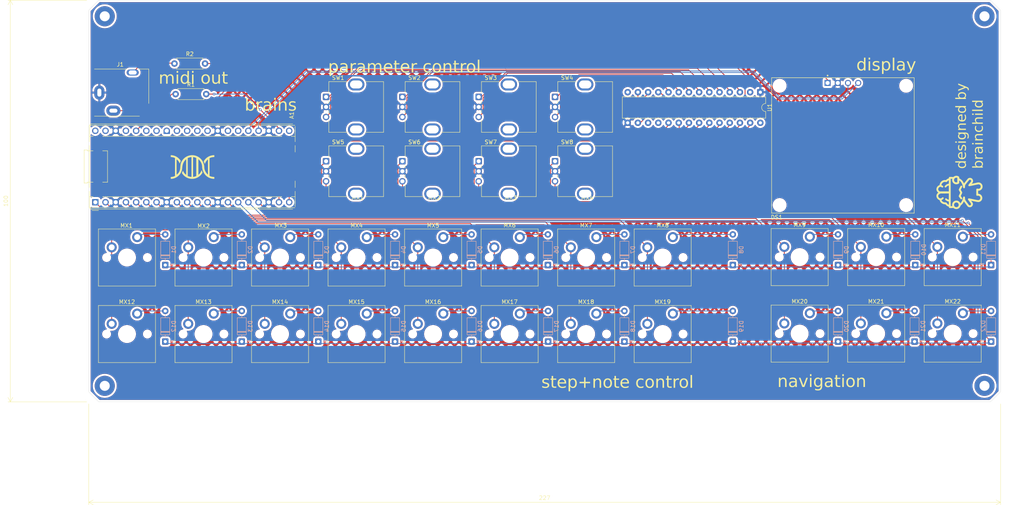
<source format=kicad_pcb>
(kicad_pcb (version 20241229) (generator "pcbnew") (generator_version "9.0")
  (layers (0 "F.Cu" signal) (2 "B.Cu" signal) (13 "F.Paste" user) (15 "B.Paste" user) (5 "F.SilkS" user "F.Silkscreen") (7 "B.SilkS" user "B.Silkscreen") (1 "F.Mask" user) (3 "B.Mask" user) (25 "Edge.Cuts" user))
  (net 0 "")
  (net 1 "COL10")
  (net 2 "IO_SDA")
  (net 4 "COL2")
  (net 6 "ROW1")
  (net 7 "ROW0")
  (net 8 "DISP_SDA")
  (net 9 "COL1")
  (net 10 "COL6")
  (net 11 "GND")
  (net 12 "COL0")
  (net 13 "DISP_SCL")
  (net 19 "COL3")
  (net 21 "COL8")
  (net 22 "IO_SCL")
  (net 23 "COL5")
  (net 24 "COL7")
  (net 25 "+3V3")
  (net 28 "MIDI_SINK")
  (net 29 "COL4")
  (net 30 "PICO_INT")
  (net 31 "COL9")
  (net 32 "Net-(D1-A)")
  (net 33 "Net-(D2-A)")
  (net 34 "Net-(D3-A)")
  (net 35 "Net-(D4-A)")
  (net 36 "Net-(D5-A)")
  (net 37 "Net-(D6-A)")
  (net 38 "Net-(D7-A)")
  (net 39 "Net-(D8-A)")
  (net 40 "Net-(D9-A)")
  (net 41 "Net-(D10-A)")
  (net 42 "Net-(D11-A)")
  (net 43 "Net-(D12-A)")
  (net 44 "Net-(D13-A)")
  (net 45 "Net-(D14-A)")
  (net 46 "Net-(D15-A)")
  (net 47 "Net-(D16-A)")
  (net 48 "Net-(D17-A)")
  (net 49 "Net-(D18-A)")
  (net 50 "Net-(D19-A)")
  (net 51 "Net-(D20-A)")
  (net 52 "Net-(D21-A)")
  (net 53 "Net-(D22-A)")
  (net 54 "Net-(J1-PadR)")
  (net 55 "Net-(J1-PadT)")
  (net 56 "ENC0_B")
  (net 57 "ENC0_A")
  (net 58 "ENC1_A")
  (net 59 "ENC1_B")
  (net 60 "ENC2_A")
  (net 61 "ENC2_B")
  (net 62 "ENC3_B")
  (net 63 "ENC3_A")
  (net 64 "ENC4_A")
  (net 65 "ENC4_B")
  (net 66 "ENC5_B")
  (net 67 "ENC5_A")
  (net 68 "ENC6_A")
  (net 69 "ENC6_B")
  (net 70 "ENC7_B")
  (net 71 "ENC7_A")
  (footprint "OLED_128X64_1.3_I2C:LCD_OLED_128X64_1.3_I2C" (layer "F.Cu") (at 224.25 55.15)
    (property "Reference" "DS1")
    (property "Value" "OLED_128X64_1.3_I2C")
  )
  (footprint "Module:RaspberryPi_Pico_Common_THT" (layer "F.Cu") (at 38.15 69.29125 90)
    (property "Reference" "A1")
    (property "Value" "RaspberryPi_Pico")
  )
  (footprint "PCM_Switch_Keyboard_Cherry_MX:SW_Cherry_MX_PCB_1.00u" (layer "F.Cu") (at 122.23375 102.10625)
    (property "Reference" "MX16")
    (property "Value" "MX_SW_solder")
  )
  (footprint "Rotary_Encoder:RotaryEncoder_Bourns_Vertical_PEC12R-3x17F-Nxxxx" (layer "F.Cu") (at 152.5909 43.0765)
    (property "Reference" "SW4")
    (property "Value" "RotaryEncoder")
  )
  (footprint "Connector_Audio:Jack_3.5mm_CUI_SJ1-3513N_Horizontal" (layer "F.Cu") (at 39.15 42)
    (property "Reference" "J1")
    (property "Value" "AudioPlug3")
  )
  (footprint "MountingHole:MountingHole_2.5mm_Pad" (layer "F.Cu") (at 259.5 115)
    (property "Reference" "REF**" (hide yes))
    (property "Value" "MountingHole_2.5mm_Pad")
  )
  (footprint "PCM_Switch_Keyboard_Cherry_MX:SW_Cherry_MX_PCB_1.00u" (layer "F.Cu") (at 141.28375 83.05625)
    (property "Reference" "MX6")
    (property "Value" "MX_SW_solder")
  )
  (footprint "Rotary_Encoder:RotaryEncoder_Bourns_Vertical_PEC12R-3x17F-Nxxxx" (layer "F.Cu") (at 152.5909 59.0765)
    (property "Reference" "SW8")
    (property "Value" "RotaryEncoder")
  )
  (footprint "PCM_Switch_Keyboard_Cherry_MX:SW_Cherry_MX_PCB_1.00u" (layer "F.Cu") (at 103.18375 102.10625)
    (property "Reference" "MX15")
    (property "Value" "MX_SW_solder")
  )
  (footprint "PCM_Switch_Keyboard_Cherry_MX:SW_Cherry_MX_PCB_1.00u" (layer "F.Cu") (at 46.03375 83.05625)
    (property "Reference" "MX1")
    (property "Value" "MX_SW_solder")
  )
  (footprint "PCM_Switch_Keyboard_Cherry_MX:SW_Cherry_MX_PCB_1.00u" (layer "F.Cu") (at 232.53 82.95)
    (property "Reference" "MX10")
    (property "Value" "MX_SW_solder")
  )
  (footprint "Resistor_THT:R_Axial_DIN0207_L6.3mm_D2.5mm_P7.62mm_Horizontal" (layer "F.Cu") (at 57.85 34.7725)
    (property "Reference" "R2")
    (property "Value" "33R")
  )
  (footprint "PCM_Switch_Keyboard_Cherry_MX:SW_Cherry_MX_PCB_1.00u" (layer "F.Cu") (at 65.08375 102.10625)
    (property "Reference" "MX13")
    (property "Value" "MX_SW_solder")
  )
  (footprint "Resistor_THT:R_Axial_DIN0207_L6.3mm_D2.5mm_P7.62mm_Horizontal" (layer "F.Cu") (at 58.1375 42.3725)
    (property "Reference" "R1")
    (property "Value" "10R")
  )
  (footprint "MountingHole:MountingHole_2.5mm_Pad" (layer "F.Cu") (at 259.5 23)
    (property "Reference" "REF**" (hide yes))
    (property "Value" "MountingHole_2.5mm_Pad")
  )
  (footprint "PCM_Switch_Keyboard_Cherry_MX:SW_Cherry_MX_PCB_1.00u" (layer "F.Cu") (at 160.33375 102.10625)
    (property "Reference" "MX18")
    (property "Value" "MX_SW_solder")
  )
  (footprint "PCM_Switch_Keyboard_Cherry_MX:SW_Cherry_MX_PCB_1.00u" (layer "F.Cu") (at 122.23375 83.05625)
    (property "Reference" "MX5")
    (property "Value" "MX_SW_solder")
  )
  (footprint "PCM_Switch_Keyboard_Cherry_MX:SW_Cherry_MX_PCB_1.00u" (layer "F.Cu") (at 179.38375 83.05625)
    (property "Reference" "MX8")
    (property "Value" "MX_SW_solder")
  )
  (footprint "Rotary_Encoder:RotaryEncoder_Bourns_Vertical_PEC12R-3x17F-Nxxxx" (layer "F.Cu") (at 95.5909 43.0765)
    (property "Reference" "SW1")
    (property "Value" "RotaryEncoder")
  )
  (footprint "PCM_Switch_Keyboard_Cherry_MX:SW_Cherry_MX_PCB_1.00u" (layer "F.Cu") (at 141.28375 102.10625)
    (property "Reference" "MX17")
    (property "Value" "MX_SW_solder")
  )
  (footprint "Rotary_Encoder:RotaryEncoder_Bourns_Vertical_PEC12R-3x17F-Nxxxx" (layer "F.Cu") (at 114.5909 43.0765)
    (property "Reference" "SW2")
    (property "Value" "RotaryEncoder")
  )
  (footprint "Rotary_Encoder:RotaryEncoder_Bourns_Vertical_PEC12R-3x17F-Nxxxx" (layer "F.Cu") (at 95.5909 59.0765)
    (property "Reference" "SW5")
    (property "Value" "RotaryEncoder")
  )
  (footprint "MountingHole:MountingHole_2.5mm_Pad" (layer "F.Cu") (at 40.5 115)
    (property "Reference" "REF**" (hide yes))
    (property "Value" "MountingHole_2.5mm_Pad")
  )
  (footprint "PCM_Switch_Keyboard_Cherry_MX:SW_Cherry_MX_PCB_1.00u" (layer "F.Cu") (at 213.48 102)
    (property "Reference" "MX20")
    (property "Value" "MX_SW_solder")
  )
  (footprint "Rotary_Encoder:RotaryEncoder_Bourns_Vertical_PEC12R-3x17F-Nxxxx" (layer "F.Cu") (at 114.5909 59.0765)
    (property "Reference" "SW6")
    (property "Value" "RotaryEncoder")
  )
  (footprint "PCM_Switch_Keyboard_Cherry_MX:SW_Cherry_MX_PCB_1.00u" (layer "F.Cu") (at 251.58 102)
    (property "Reference" "MX22")
    (property "Value" "MX_SW_solder")
  )
  (footprint "MountingHole:MountingHole_2.5mm_Pad" (layer "F.Cu") (at 40.5 23)
    (property "Reference" "REF**" (hide yes))
    (property "Value" "MountingHole_2.5mm_Pad")
  )
  (footprint "PCM_Switch_Keyboard_Cherry_MX:SW_Cherry_MX_PCB_1.00u" (layer "F.Cu") (at 160.33375 83.05625)
    (property "Reference" "MX7")
    (property "Value" "MX_SW_solder")
  )
  (footprint "PCM_Switch_Keyboard_Cherry_MX:SW_Cherry_MX_PCB_1.00u" (layer "F.Cu") (at 84.13375 102.10625)
    (property "Reference" "MX14")
    (property "Value" "MX_SW_solder")
  )
  (footprint "PCM_Switch_Keyboard_Cherry_MX:SW_Cherry_MX_PCB_1.00u" (layer "F.Cu") (at 213.48 82.95)
    (property "Reference" "MX9")
    (property "Value" "MX_SW_solder")
  )
  (footprint "Rotary_Encoder:RotaryEncoder_Bourns_Vertical_PEC12R-3x17F-Nxxxx" (layer "F.Cu") (at 133.5909 59.0765)
    (property "Reference" "SW7")
    (property "Value" "RotaryEncoder")
  )
  (footprint "PCM_Switch_Keyboard_Cherry_MX:SW_Cherry_MX_PCB_1.00u" (layer "F.Cu") (at 84.13375 83.05625)
    (property "Reference" "MX3")
    (property "Value" "MX_SW_solder")
  )
  (footprint "PCM_Switch_Keyboard_Cherry_MX:SW_Cherry_MX_PCB_1.00u" (layer "F.Cu") (at 46.03375 102.10625)
    (property "Reference" "MX12")
    (property "Value" "MX_SW_solder")
  )
  (footprint "PCM_Switch_Keyboard_Cherry_MX:SW_Cherry_MX_PCB_1.00u" (layer "F.Cu") (at 103.18375 83.05625)
    (property "Reference" "MX4")
    (property "Value" "MX_SW_solder")
  )
  (footprint "PCM_Switch_Keyboard_Cherry_MX:SW_Cherry_MX_PCB_1.00u" (layer "F.Cu") (at 179.38375 102.10625)
    (property "Reference" "MX19")
    (property "Value" "MX_SW_solder")
  )
  (footprint "Package_DIP:DIP-28_W7.62mm" (layer "F.Cu") (at 203.7 41.9 -90)
    (property "Reference" "U1")
    (property "Value" "MCP23018x-x-SP")
  )
  (footprint "PCM_Switch_Keyboard_Cherry_MX:SW_Cherry_MX_PCB_1.00u" (layer "F.Cu") (at 232.53 102)
    (property "Reference" "MX21")
    (property "Value" "MX_SW_solder")
  )
  (footprint "PCM_Switch_Keyboard_Cherry_MX:SW_Cherry_MX_PCB_1.00u" (layer "F.Cu") (at 251.58 82.95)
    (property "Reference" "MX11")
    (property "Value" "MX_SW_solder")
  )
  (footprint "Rotary_Encoder:RotaryEncoder_Bourns_Vertical_PEC12R-3x17F-Nxxxx" (layer "F.Cu") (at 133.5909 43.0765)
    (property "Reference" "SW3")
    (property "Value" "RotaryEncoder")
  )
  (footprint "PCM_Switch_Keyboard_Cherry_MX:SW_Cherry_MX_PCB_1.00u" (layer "F.Cu") (at 65.08375 83.05625)
    (property "Reference" "MX2")
    (property "Value" "MX_SW_solder")
  )
  (footprint "Diode_THT:D_DO-35_SOD27_P7.62mm_Horizontal" (layer "B.Cu") (at 150.8125 84.93125 90)
    (property "Reference" "D6")
    (property "Value" "D_Small")
  )
  (footprint "Diode_THT:D_DO-35_SOD27_P7.62mm_Horizontal" (layer "B.Cu") (at 169.8625 103.98125 90)
    (property "Reference" "D18")
    (property "Value" "D_Small")
  )
  (footprint "Diode_THT:D_DO-35_SOD27_P7.62mm_Horizontal" (layer "B.Cu") (at 242.2675 84.93125 90)
    (property "Reference" "D10")
    (property "Value" "D_Small")
  )
  (footprint "Diode_THT:D_DO-35_SOD27_P7.62mm_Horizontal" (layer "B.Cu") (at 93.6625 84.93125 90)
    (property "Reference" "D3")
    (property "Value" "D_Small")
  )
  (footprint "Diode_THT:D_DO-35_SOD27_P7.62mm_Horizontal" (layer "B.Cu") (at 131.8125 103.98125 90)
    (property "Reference" "D16")
    (property "Value" "D_Small")
  )
  (footprint "Diode_THT:D_DO-35_SOD27_P7.62mm_Horizontal" (layer "B.Cu") (at 112.7625 103.98125 90)
    (property "Reference" "D15")
    (property "Value" "D_Small")
  )
  (footprint "Diode_THT:D_DO-35_SOD27_P7.62mm_Horizontal" (layer "B.Cu") (at 55.5625 84.93125 90)
    (property "Reference" "D1")
    (property "Value" "D_Small")
  )
  (footprint "Diode_THT:D_DO-35_SOD27_P7.62mm_Horizontal" (layer "B.Cu") (at 131.8125 84.93125 90)
    (property "Reference" "D5")
    (property "Value" "D_Small")
  )
  (footprint "Diode_THT:D_DO-35_SOD27_P7.62mm_Horizontal" (layer "B.Cu") (at 196.85 84.93125 90)
    (property "Reference" "D8")
    (property "Value" "D_Small")
  )
  (footprint "Diode_THT:D_DO-35_SOD27_P7.62mm_Horizontal" (layer "B.Cu") (at 150.8625 103.98125 90)
    (property "Reference" "D17")
    (property "Value" "D_Small")
  )
  (footprint "Diode_THT:D_DO-35_SOD27_P7.62mm_Horizontal" (layer "B.Cu") (at 196.85 103.98125 90)
    (property "Reference" "D19")
    (property "Value" "D_Small")
  )
  (footprint "Diode_THT:D_DO-35_SOD27_P7.62mm_Horizontal" (layer "B.Cu") (at 74.6125 103.98125 90)
    (property "Reference" "D13")
    (property "Value" "D_Small")
  )
  (footprint "Diode_THT:D_DO-35_SOD27_P7.62mm_Horizontal" (layer "B.Cu") (at 93.6625 103.98125 90)
    (property "Reference" "D14")
    (property "Value" "D_Small")
  )
  (footprint "Diode_THT:D_DO-35_SOD27_P7.62mm_Horizontal" (layer "B.Cu") (at 169.8625 84.93125 90)
    (property "Reference" "D7")
    (property "Value" "D_Small")
  )
  (footprint "Diode_THT:D_DO-35_SOD27_P7.62mm_Horizontal" (layer "B.Cu") (at 261.14375 84.93125 90)
    (property "Reference" "D11")
    (property "Value" "D_Small")
  )
  (footprint "Diode_THT:D_DO-35_SOD27_P7.62mm_Horizontal" (layer "B.Cu") (at 74.6125 84.93125 90)
    (property "Reference" "D2")
    (property "Value" "D_Small")
  )
  (footprint "Diode_THT:D_DO-35_SOD27_P7.62mm_Horizontal" (layer "B.Cu") (at 242.09375 103.98125 90)
    (property "Reference" "D21")
    (property "Value" "D_Small")
  )
  (footprint "Diode_THT:D_DO-35_SOD27_P7.62mm_Horizontal" (layer "B.Cu") (at 261.14375 103.98125 90)
    (property "Reference" "D22")
    (property "Value" "D_Small")
  )
  (footprint "Diode_THT:D_DO-35_SOD27_P7.62mm_Horizontal" (layer "B.Cu") (at 55.5625 103.98125 90)
    (property "Reference" "D12")
    (property "Value" "D_Small")
  )
  (footprint "Diode_THT:D_DO-35_SOD27_P7.62mm_Horizontal" (layer "B.Cu") (at 223.04375 84.93125 90)
    (property "Reference" "D9")
    (property "Value" "D_Small")
  )
  (footprint "Diode_THT:D_DO-35_SOD27_P7.62mm_Horizontal" (layer "B.Cu") (at 112.7625 84.93125 90)
    (property "Reference" "D4")
    (property "Value" "D_Small")
  )
  (footprint "Diode_THT:D_DO-35_SOD27_P7.62mm_Horizontal" (layer "B.Cu") (at 223.04375 103.98125 90)
    (property "Reference" "D20")
    (property "Value" "D_Small")
  )
  (gr_poly (pts (xy 247.534271 67.706177) (xy 247.535851 67.672317) (xy 247.538652 67.638641) (xy 247.542667 67.605171) (xy 247.554307 67.538938) (xy 247.570711 67.473789) (xy 247.591819 67.409899) (xy 247.617571 67.347442) (xy 247.647909 67.286591) (xy 247.682772 67.22752) (xy 247.722101 67.170402) (xy 247.765835 67.11541) (xy 247.813916 67.06272) (xy 247.866283 67.012504) (xy 247.922877 66.964935) (xy 248.008073 66.896408) (xy 247.915469 66.824177) (xy 247.879384 66.795152) (xy 247.844782 66.76439) (xy 247.811717 66.731978) (xy 247.780238 66.698004) (xy 247.750398 66.662554) (xy 247.722248 66.625715) (xy 247.69584 66.587574) (xy 247.671226 66.548217) (xy 247.648456 66.507732) (xy 247.627582 66.466204) (xy 247.608657 66.423722) (xy 247.591731 66.380372) (xy 247.576856 66.33624) (xy 247.564083 66.291414) (xy 247.553465 66.24598) (xy 247.545052 66.200025) (xy 247.539506 66.156872) (xy 247.536038 66.113578) (xy 247.53461 66.070209) (xy 247.535184 66.02683) (xy 247.537723 65.983507) (xy 247.542187 65.940305) (xy 247.54854 65.897289) (xy 247.556744 65.854525) (xy 247.566759 65.812079) (xy 247.578549 65.770015) (xy 247.592075 65.7284) (xy 247.6073 65.687299) (xy 247.624185 65.646776) (xy 247.642692 65.606899) (xy 247.662784 65.567732) (xy 247.684422 65.52934) (xy 247.707568 65.491789) (xy 247.732185 65.455145) (xy 247.758235 65.419473) (xy 247.785679 65.384838) (xy 247.814479 65.351305) (xy 247.844598 65.318942) (xy 247.875997 65.287812) (xy 247.908639 65.257981) (xy 247.942486 65.229514) (xy 247.977499 65.202478) (xy 248.013641 65.176938) (xy 248.050874 65.152958) (xy 248.089159 65.130605) (xy 248.128459 65.109944) (xy 248.168735 65.09104) (xy 248.20995 65.073959) (xy 248.247263 65.059048) (xy 248.262402 65.052643) (xy 248.275439 65.046699) (xy 248.286555 65.041037) (xy 248.291449 65.038255) (xy 248.295931 65.035478) (xy 248.300024 65.032681) (xy 248.30375 65.029843) (xy 248.307133 65.026941) (xy 248.310194 65.023953) (xy 248.312957 65.020856) (xy 248.315444 65.017629) (xy 248.317679 65.014248) (xy 248.319683 65.010691) (xy 248.321479 65.006937) (xy 248.323091 65.002962) (xy 248.32454 64.998744) (xy 248.32585 64.994261) (xy 248.328143 64.984411) (xy 248.330151 64.97323) (xy 248.33404 64.946165) (xy 248.343394 64.885263) (xy 248.35366 64.829484) (xy 248.359257 64.803108) (xy 248.365229 64.777524) (xy 248.371623 64.75257) (xy 248.37849 64.728082) (xy 248.385877 64.703898) (xy 248.393835 64.679856) (xy 248.402411 64.655791) (xy 248.411654 64.631542) (xy 248.421613 64.606946) (xy 248.432338 64.58184) (xy 248.456277 64.529447) (xy 248.503778 64.439853) (xy 248.557777 64.354609) (xy 248.617825 64.273982) (xy 248.683476 64.198242) (xy 248.754281 64.127656) (xy 248.829794 64.062494) (xy 248.909566 64.003023) (xy 248.99315 63.949513) (xy 249.080098 63.902232) (xy 249.169962 63.861449) (xy 249.262296 63.827431) (xy 249.35665 63.800449) (xy 249.452578 63.78077) (xy 249.549632 63.768664) (xy 249.647364 63.764397) (xy 249.745327 63.76824) (xy 249.902754 63.781205) (xy 250.019435 63.673784) (xy 250.046818 63.649155) (xy 250.074759 63.62529) (xy 250.103211 63.602218) (xy 250.132123 63.579965) (xy 250.161448 63.558558) (xy 250.191137 63.538025) (xy 250.22114 63.518393) (xy 250.251409 63.499689) (xy 250.281895 63.481939) (xy 250.312549 63.465172) (xy 250.343323 63.449414) (xy 250.374167 63.434692) (xy 250.405033 63.421034) (xy 250.435872 63.408466) (xy 250.466635 63.397017) (xy 250.497273 63.386712) (xy 250.623215 63.345965) (xy 250.623215 63.257065) (xy 250.623627 63.237313) (xy 250.624864 63.218335) (xy 250.626926 63.200121) (xy 250.629813 63.182664) (xy 250.631566 63.174217) (xy 250.633524 63.165956) (xy 250.635689 63.15788) (xy 250.63806 63.149989) (xy 250.640638 63.14228) (xy 250.643421 63.134754) (xy 250.646411 63.127408) (xy 250.649607 63.120243) (xy 250.653009 63.113257) (xy 250.656617 63.106449) (xy 250.660432 63.099818) (xy 250.664453 63.093363) (xy 250.66868 63.087083) (xy 250.673113 63.080976) (xy 250.677752 63.075043) (xy 250.682597 63.069282) (xy 250.687649 63.063692) (xy 250.692907 63.058271) (xy 250.698371 63.05302) (xy 250.704041 63.047936) (xy 250.709917 63.043019) (xy 250.716 63.038268) (xy 250.722289 63.033682) (xy 250.728784 63.029259) (xy 250.742355 63.021357) (xy 250.758261 63.014305) (xy 250.7768 63.00809) (xy 250.798266 63.002694) (xy 250.822955 62.998101) (xy 250.851162 62.994294) (xy 250.919317 62.988977) (xy 251.005095 62.986611) (xy 251.110863 62.987067) (xy 251.238986 62.990214) (xy 251.39183 62.995923) (xy 251.743725 63.010739) (xy 251.84559 62.934803) (xy 251.880791 62.909294) (xy 251.915625 62.885524) (xy 251.950205 62.863452) (xy 251.984641 62.843038) (xy 252.019044 62.824241) (xy 252.053526 62.80702) (xy 252.088198 62.791335) (xy 252.123171 62.777145) (xy 252.158556 62.764408) (xy 252.194465 62.753086) (xy 252.231009 62.743136) (xy 252.268299 62.734518) (xy 252.306446 62.727191) (xy 252.345562 62.721115) (xy 252.385757 62.71625) (xy 252.427144 62.712553) (xy 252.477272 62.710411) (xy 252.528133 62.710868) (xy 252.579417 62.713831) (xy 252.630815 62.719209) (xy 252.682018 62.72691) (xy 252.732716 62.73684) (xy 252.7826 62.748909) (xy 252.831361 62.763023) (xy 252.87869 62.77909) (xy 252.924276 62.797018) (xy 252.967812 62.816716) (xy 253.008988 62.83809) (xy 253.047493 62.861048) (xy 253.08302 62.885499) (xy 253.115259 62.911349) (xy 253.1439 62.938508) (xy 253.164165 62.959933) (xy 253.172444 62.969473) (xy 253.179611 62.978646) (xy 253.185758 62.987765) (xy 253.190977 62.997142) (xy 253.19536 63.007088) (xy 253.199 63.017916) (xy 253.201989 63.029938) (xy 253.204419 63.043465) (xy 253.206382 63.058811) (xy 253.207971 63.076286) (xy 253.209278 63.096202) (xy 253.210395 63.118873) (xy 253.212427 63.173723) (xy 253.219836 63.345966) (xy 253.338369 63.407084) (xy 253.388405 63.434292) (xy 253.439054 63.464394) (xy 253.490105 63.497204) (xy 253.541346 63.532534) (xy 253.592565 63.570197) (xy 253.64355 63.610007) (xy 253.694091 63.651775) (xy 253.743975 63.695315) (xy 253.792991 63.740439) (xy 253.840927 63.78696) (xy 253.887572 63.834692) (xy 253.932714 63.883446) (xy 253.976141 63.933036) (xy 254.017642 63.983274) (xy 254.057005 64.033974) (xy 254.094019 64.084947) (xy 254.11437 64.114671) (xy 254.137369 64.150146) (xy 254.162191 64.190006) (xy 254.188012 64.232882) (xy 254.214006 64.277408) (xy 254.239349 64.322216) (xy 254.263216 64.365939) (xy 254.284783 64.407209) (xy 254.324198 64.48326) (xy 254.357014 64.546115) (xy 254.380108 64.589524) (xy 254.387031 64.601982) (xy 254.389166 64.605558) (xy 254.390352 64.607234) (xy 254.401146 64.596773) (xy 254.429477 64.564173) (xy 254.53111 64.441936) (xy 254.679972 64.259274) (xy 254.860781 64.034941) (xy 254.954793 63.916784) (xy 255.045093 63.804357) (xy 255.129532 63.700264) (xy 255.205963 63.60711) (xy 255.272237 63.527499) (xy 255.326204 63.464036) (xy 255.365716 63.419326) (xy 255.37938 63.404816) (xy 255.388625 63.395972) (xy 255.411697 63.376737) (xy 255.435732 63.358624) (xy 255.460672 63.341635) (xy 255.486459 63.325774) (xy 255.540344 63.297449) (xy 255.596926 63.273677) (xy 255.655743 63.254484) (xy 255.716335 63.239898) (xy 255.77824 63.229946) (xy 255.840996 63.224654) (xy 255.904143 63.224051) (xy 255.96722 63.228163) (xy 256.029765 63.237018) (xy 256.091317 63.250641) (xy 256.151415 63.269062) (xy 256.209597 63.292306) (xy 256.237826 63.305746) (xy 256.265403 63.320401) (xy 256.29227 63.336276) (xy 256.318371 63.353374) (xy 256.339681 63.368411) (xy 256.360538 63.384331) (xy 256.380923 63.40111) (xy 256.400817 63.418718) (xy 256.420201 63.437129) (xy 256.439056 63.456317) (xy 256.457363 63.476253) (xy 256.475103 63.49691) (xy 256.492257 63.518263) (xy 256.508806 63.540282) (xy 256.524731 63.562942) (xy 256.540013 63.586216) (xy 256.554633 63.610075) (xy 256.568572 63.634493) (xy 256.581811 63.659443) (xy 256.594331 63.684897) (xy 256.612219 63.723574) (xy 256.619574 63.740682) (xy 256.625961 63.756781) (xy 256.631447 63.772229) (xy 256.636101 63.787384) (xy 256.639989 63.802604) (xy 256.64318 63.818247) (xy 256.645741 63.834672) (xy 256.647741 63.852236) (xy 256.649247 63.871297) (xy 256.650328 63.892215) (xy 256.651482 63.941049) (xy 256.651746 64.001603) (xy 256.651328 64.043977) (xy 256.649966 64.083185) (xy 256.647497 64.119664) (xy 256.643759 64.15385) (xy 256.638588 64.186181) (xy 256.631821 64.217092) (xy 256.623297 64.247022) (xy 256.612852 64.276406) (xy 256.600324 64.305681) (xy 256.585548 64.335285) (xy 256.568364 64.365654) (xy 256.548608 64.397225) (xy 256.526117 64.430435) (xy 256.500729 64.46572) (xy 256.47228 64.503517) (xy 256.440609 64.544263) (xy 256.41715 64.573503) (xy 256.395667 64.601071) (xy 256.376571 64.626338) (xy 256.360274 64.648675) (xy 256.353305 64.658548) (xy 256.34719 64.667453) (xy 256.341982 64.67531) (xy 256.337731 64.682041) (xy 256.33449 64.687568) (xy 256.332309 64.691812) (xy 256.331632 64.693428) (xy 256.33124 64.694693) (xy 256.331139 64.695599) (xy 256.331336 64.696134) (xy 256.385661 64.687272) (xy 256.525631 64.658919) (xy 256.957803 64.566489) (xy 257.418451 64.464335) (xy 257.698173 64.397949) (xy 257.729651 64.390441) (xy 257.763426 64.383896) (xy 257.79915 64.378322) (xy 257.836472 64.373727) (xy 257.875041 64.37012) (xy 257.914509 64.367509) (xy 257.954524 64.365902) (xy 257.994738 64.365306) (xy 258.0348 64.365731) (xy 258.074359 64.367184) (xy 258.113067 64.369673) (xy 258.150573 64.373207) (xy 258.186528 64.377793) (xy 258.22058 64.38344) (xy 258.252381 64.390156) (xy 258.281579 64.397949) (xy 258.34147 64.418037) (xy 258.400156 64.442059) (xy 258.457431 64.469825) (xy 258.51309 64.501145) (xy 258.566925 64.535829) (xy 258.618731 64.573687) (xy 258.668301 64.61453) (xy 258.71543 64.658167) (xy 258.75991 64.704408) (xy 258.801537 64.753064) (xy 258.840104 64.803945) (xy 258.875404 64.856861) (xy 258.907231 64.911621) (xy 258.935379 64.968036) (xy 258.959643 65.025917) (xy 258.979815 65.085072) (xy 258.989299 65.118284) (xy 258.997605 65.15378) (xy 259.004729 65.191197) (xy 259.010664 65.230171) (xy 259.015405 65.270339) (xy 259.018948 65.311337) (xy 259.021285 65.352802) (xy 259.022413 65.39437) (xy 259.022325 65.435677) (xy 259.021017 65.476361) (xy 259.018482 65.516057) (xy 259.014716 65.554402) (xy 259.009712 65.591032) (xy 259.003465 65.625584) (xy 258.995971 65.657694) (xy 258.987223 65.686999) (xy 258.95843 65.764784) (xy 258.924955 65.838997) (xy 258.886975 65.909492) (xy 258.844671 65.976127) (xy 258.798222 66.038757) (xy 258.747806 66.097239) (xy 258.693603 66.151429) (xy 258.635791 66.201184) (xy 258.574551 66.246358) (xy 258.51006 66.28681) (xy 258.442497 66.322394) (xy 258.372043 66.352968) (xy 258.298876 66.378386) (xy 258.223175 66.398506) (xy 258.145119 66.413184) (xy 258.064887 66.422276) (xy 257.920424 66.433389) (xy 257.920424 67.187186) (xy 257.981543 67.187186) (xy 258.00365 67.187974) (xy 258.028091 67.190272) (xy 258.05455 67.193987) (xy 258.082713 67.199022) (xy 258.112265 67.205285) (xy 258.142891 67.212678) (xy 258.174277 67.221108) (xy 258.206108 67.230479) (xy 258.238069 67.240697) (xy 258.269846 67.251666) (xy 258.301123 67.263292) (xy 258.331587 67.275479) (xy 258.360921 67.288133) (xy 258.388813 67.301159) (xy 258.414946 67.314461) (xy 258.439007 67.327945) (xy 258.484896 67.356216) (xy 258.528789 67.386449) (xy 258.570661 67.418554) (xy 258.610491 67.452443) (xy 258.648257 67.488027) (xy 258.683935 67.525215) (xy 258.717504 67.563919) (xy 258.748942 67.60405) (xy 258.778225 67.645519) (xy 258.805332 67.688235) (xy 258.830239 67.732111) (xy 258.852926 67.777057) (xy 258.873369 67.822984) (xy 258.891546 67.869802) (xy 258.907434 67.917422) (xy 258.921012 67.965756) (xy 258.932256 68.014714) (xy 258.941145 68.064206) (xy 258.947656 68.114145) (xy 258.951767 68.164439) (xy 258.953454 68.215001) (xy 258.952697 68.265741) (xy 258.949472 68.316569) (xy 258.943758 68.367398) (xy 258.935531 68.418137) (xy 258.924769 68.468697) (xy 258.911451 68.518989) (xy 258.895553 68.568924) (xy 258.877053 68.618413) (xy 258.855929 68.667366) (xy 258.832159 68.715695) (xy 258.80572 68.76331) (xy 258.782768 68.799617) (xy 258.757109 68.835512) (xy 258.728944 68.870842) (xy 258.698472 68.905457) (xy 258.665895 68.939203) (xy 258.631414 68.971929) (xy 258.595228 69.003483) (xy 258.55754 69.033714) (xy 258.51855 69.062468) (xy 258.478458 69.089594) (xy 258.437465 69.114941) (xy 258.395772 69.138356) (xy 258.35358 69.159688) (xy 258.31109 69.178784) (xy 258.268502 69.195492) (xy 258.226017 69.209662) (xy 258.139693 69.233109) (xy 258.097095 69.241396) (xy 258.053195 69.247224) (xy 258.006734 69.25047) (xy 257.956452 69.251008) (xy 257.901092 69.248714) (xy 257.839395 69.243462) (xy 257.691952 69.223588) (xy 257.504052 69.190388) (xy 257.265625 69.142864) (xy 256.9666 69.080016) (xy 256.416069 68.963797) (xy 256.247761 68.928955) (xy 256.201589 68.919781) (xy 256.185021 68.917032) (xy 256.185464 68.918425) (xy 256.187437 68.92184) (xy 256.19567 68.934309) (xy 256.227156 68.978846) (xy 256.274616 69.043871) (xy 256.333188 69.122613) (xy 256.400474 69.212968) (xy 256.42872 69.25156) (xy 256.453718 69.286349) (xy 256.475732 69.317774) (xy 256.495025 69.346274) (xy 256.51186 69.372289) (xy 256.526499 69.396259) (xy 256.539208 69.418622) (xy 256.550247 69.439819) (xy 256.559881 69.460289) (xy 256.568374 69.480471) (xy 256.575987 69.500805) (xy 256.582984 69.52173) (xy 256.589628 69.543687) (xy 256.596183 69.567114) (xy 256.608191 69.62153) (xy 256.616455 69.67567) (xy 256.621008 69.72943) (xy 256.621881 69.782708) (xy 256.619109 69.835399) (xy 256.612722 69.887401) (xy 256.602755 69.938611) (xy 256.589238 69.988925) (xy 256.572206 70.038242) (xy 256.55169 70.086456) (xy 256.527724 70.133467) (xy 256.500339 70.179169) (xy 256.469568 70.223461) (xy 256.435443 70.266239) (xy 256.397998 70.3074) (xy 256.357265 70.34684) (xy 256.327634 70.373012) (xy 256.298972 70.396727) (xy 256.270987 70.418094) (xy 256.243391 70.437216) (xy 256.215892 70.454201) (xy 256.188201 70.469154) (xy 256.160027 70.48218) (xy 256.131079 70.493387) (xy 256.101069 70.502878) (xy 256.069704 70.510761) (xy 256.036695 70.51714) (xy 256.001752 70.522123) (xy 255.964584 70.525814) (xy 255.924901 70.528319) (xy 255.882413 70.529745) (xy 255.83683 70.530197) (xy 255.773222 70.529933) (xy 255.746291 70.529501) (xy 255.722116 70.528779) (xy 255.700329 70.527698) (xy 255.68056 70.526192) (xy 255.662441 70.524192) (xy 255.645602 70.521631) (xy 255.629675 70.51844) (xy 255.61429 70.514552) (xy 255.599079 70.509898) (xy 255.583673 70.504412) (xy 255.567702 70.498025) (xy 255.550799 70.49067) (xy 255.532592 70.482278) (xy 255.512715 70.472782) (xy 255.499991 70.466564) (xy 255.486887 70.459763) (xy 255.473501 70.452447) (xy 255.459931 70.444683) (xy 255.446273 70.436539) (xy 255.432627 70.428083) (xy 255.419089 70.419382) (xy 255.405757 70.410506) (xy 255.39273 70.401521) (xy 255.380103 70.392495) (xy 255.367976 70.383496) (xy 255.356446 70.374593) (xy 255.34561 70.365852) (xy 255.335566 70.357342) (xy 255.326413 70.34913) (xy 255.318246 70.341284) (xy 255.294546 70.315004) (xy 255.255392 70.267172) (xy 255.139058 70.117877) (xy 254.985914 69.91545) (xy 254.812628 69.681943) (xy 254.643481 69.454252) (xy 254.504025 69.267539) (xy 254.408671 69.14125) (xy 254.382037 69.106842) (xy 254.371832 69.094832) (xy 254.370797 69.095515) (xy 254.369109 69.097516) (xy 254.363932 69.105192) (xy 254.356629 69.117296) (xy 254.347524 69.133263) (xy 254.336943 69.152529) (xy 254.325212 69.17453) (xy 254.312656 69.198701) (xy 254.299601 69.224478) (xy 254.269582 69.282561) (xy 254.238551 69.339441) (xy 254.206495 69.395133) (xy 254.173399 69.449651) (xy 254.139251 69.503007) (xy 254.104036 69.555216) (xy 254.067742 69.606291) (xy 254.030355 69.656245) (xy 253.99186 69.705092) (xy 253.952245 69.752846) (xy 253.911496 69.799521) (xy 253.8696 69.845129) (xy 253.826542 69.889684) (xy 253.782309 69.9332) (xy 253.736889 69.975691) (xy 253.690266 70.01717) (xy 253.666518 70.037775) (xy 253.645176 70.056649) (xy 253.626086 70.073972) (xy 253.609093 70.089922) (xy 253.594042 70.104678) (xy 253.58078 70.118419) (xy 253.56915 70.131325) (xy 253.559 70.143574) (xy 253.550173 70.155346) (xy 253.542515 70.166819) (xy 253.535872 70.178173) (xy 253.53009 70.189587) (xy 253.525012 70.201239) (xy 253.520486 70.21331) (xy 253.516355 70.225977) (xy 253.512466 70.23942) (xy 253.498114 70.285886) (xy 253.480214 70.332733) (xy 253.458992 70.379688) (xy 253.434678 70.42648) (xy 253.407499 70.472838) (xy 253.377683 70.518491) (xy 253.345458 70.563167) (xy 253.311052 70.606595) (xy 253.274692 70.648504) (xy 253.236607 70.688622) (xy 253.197024 70.726679) (xy 253.156171 70.762402) (xy 253.114277 70.79552) (xy 253.071569 70.825763) (xy 253.028274 70.852859) (xy 252.984622 70.876536) (xy 252.950499 70.893107) (xy 252.918088 70.908138) (xy 252.887104 70.921692) (xy 252.857262 70.933835) (xy 252.828278 70.944633) (xy 252.799866 70.95415) (xy 252.771742 70.962452) (xy 252.74362 70.969604) (xy 252.715216 70.97567) (xy 252.686245 70.980716) (xy 252.656422 70.984807) (xy 252.625463 70.988009) (xy 252.593082 70.990385) (xy 252.558994 70.992002) (xy 252.522915 70.992925) (xy 252.510489 70.993019) (xy 252.510489 70.520936) (xy 252.531279 70.520532) (xy 252.551965 70.519325) (xy 252.572529 70.517329) (xy 252.592954 70.514555) (xy 252.613224 70.511017) (xy 252.63332 70.506726) (xy 252.653225 70.501694) (xy 252.672923 70.495933) (xy 252.692395 70.489457) (xy 252.711625 70.482276) (xy 252.730596 70.474404) (xy 252.749289 70.465851) (xy 252.767688 70.456632) (xy 252.785775 70.446757) (xy 252.803533 70.43624) (xy 252.820945 70.425091) (xy 252.837993 70.413324) (xy 252.854661 70.400951) (xy 252.87093 70.387983) (xy 252.886784 70.374434) (xy 252.902206 70.360315) (xy 252.917177 70.345638) (xy 252.931681 70.330416) (xy 252.9457 70.314661) (xy 252.959218 70.298385) (xy 252.972216 70.2816) (xy 252.984677 70.264319) (xy 252.996585 70.246553) (xy 253.007922 70.228316) (xy 253.018671 70.209618) (xy 253.028813 70.190473) (xy 253.038333 70.170893) (xy 253.048362 70.146708) (xy 253.056923 70.120836) (xy 253.064024 70.093499) (xy 253.069674 70.064919) (xy 253.07388 70.035319) (xy 253.076652 70.004921) (xy 253.077996 69.973949) (xy 253.077921 69.942623) (xy 253.076436 69.911168) (xy 253.073548 69.879805) (xy 253.069265 69.848756) (xy 253.063597 69.818245) (xy 253.056549 69.788493) (xy 253.048132 69.759723) (xy 253.038353 69.732158) (xy 253.02722 69.70602) (xy 253.01602 69.682913) (xy 253.003969 69.660482) (xy 252.977428 69.61771) (xy 252.94782 69.577818) (xy 252.915372 69.540924) (xy 252.880309 69.507145) (xy 252.842855 69.476597) (xy 252.803236 69.449396) (xy 252.761678 69.425661) (xy 252.718405 69.405506) (xy 252.673642 69.38905) (xy 252.627616 69.376407) (xy 252.58055 69.367696) (xy 252.53267 69.363033) (xy 252.508496 69.362256) (xy 252.484202 69.362534) (xy 252.459817 69.363883) (xy 252.43537 69.366317) (xy 252.410888 69.36985) (xy 252.386399 69.374497) (xy 252.36429 69.379149) (xy 252.341486 69.384626) (xy 252.318683 69.39071) (xy 252.296573 69.397185) (xy 252.275853 69.403834) (xy 252.257216 69.410439) (xy 252.248896 69.413657) (xy 252.241358 69.416784) (xy 252.234687 69.419791) (xy 252.228972 69.422651) (xy 252.211758 69.432073) (xy 252.194227 69.442897) (xy 252.176496 69.455008) (xy 252.15868 69.468288) (xy 252.140896 69.48262) (xy 252.123262 69.497888) (xy 252.105894 69.513976) (xy 252.088908 69.530766) (xy 252.072422 69.548143) (xy 252.056551 69.565989) (xy 252.041413 69.584187) (xy 252.027124 69.602621) (xy 252.013801 69.621175) (xy 252.00156 69.639732) (xy 251.990519 69.658174) (xy 251.980793 69.676386) (xy 251.980794 69.676387) (xy 251.970184 69.699553) (xy 251.960598 69.725065) (xy 251.952059 69.75258) (xy 251.944591 69.781753) (xy 251.93822 69.812238) (xy 251.932969 69.843693) (xy 251.928863 69.875771) (xy 251.925926 69.908128) (xy 251.924183 69.940421) (xy 251.923658 69.972304) (xy 251.924375 70.003432) (xy 251.92636 70.033462) (xy 251.929636 70.062049) (xy 251.934227 70.088848) (xy 251.940159 70.113514) (xy 251.947456 70.135703) (xy 251.96613 70.180318) (xy 251.987374 70.222447) (xy 252.011107 70.262037) (xy 252.037253 70.299034) (xy 252.065732 70.333382) (xy 252.096466 70.365029) (xy 252.129375 70.393919) (xy 252.164381 70.419998) (xy 252.201406 70.443212) (xy 252.240371 70.463507) (xy 252.281197 70.480829) (xy 252.323805 70.495123) (xy 252.368117 70.506335) (xy 252.414054 70.514411) (xy 252.461538 70.519296) (xy 252.510489 70.520936) (xy 252.510489 70.993019) (xy 252.48456 70.993218) (xy 252.43785 70.992168) (xy 252.392777 70.989683) (xy 252.349195 70.985717) (xy 252.306962 70.980224) (xy 252.265934 70.973157) (xy 252.225966 70.964471) (xy 252.186915 70.954118) (xy 252.148638 70.942054) (xy 252.11099 70.928231) (xy 252.073828 70.912605) (xy 252.037007 70.895128) (xy 252.000384 70.875755) (xy 251.963816 70.854439) (xy 251.927158 70.831135) (xy 251.890267 70.805796) (xy 251.852999 70.778376) (xy 251.756691 70.704293) (xy 251.521476 70.724666) (xy 251.478879 70.727665) (xy 251.478879 70.261643) (xy 251.467767 70.209785) (xy 251.464833 70.196303) (xy 251.461661 70.177287) (xy 251.458358 70.153625) (xy 251.455034 70.12621) (xy 251.451796 70.095929) (xy 251.448754 70.063673) (xy 251.446015 70.030332) (xy 251.443689 69.996795) (xy 251.441545 69.940496) (xy 251.442359 69.884857) (xy 251.446059 69.829951) (xy 251.452577 69.775851) (xy 251.461842 69.722632) (xy 251.473784 69.670367) (xy 251.488332 69.619129) (xy 251.505416 69.568993) (xy 251.524966 69.520031) (xy 251.546913 69.472318) (xy 251.571185 69.425926) (xy 251.597713 69.38093) (xy 251.626426 69.337404) (xy 251.657254 69.295419) (xy 251.690127 69.255052) (xy 251.724975 69.216374) (xy 251.761727 69.179459) (xy 251.800314 69.144382) (xy 251.840664 69.111215) (xy 251.882709 69.080032) (xy 251.926378 69.050907) (xy 251.9716 69.023914) (xy 252.018305 68.999125) (xy 252.066424 68.976616) (xy 252.115885 68.956458) (xy 252.166619 68.938726) (xy 252.218556 68.923494) (xy 252.271625 68.910834) (xy 252.325756 68.900821) (xy 252.380879 68.893528) (xy 252.436924 68.889029) (xy 252.493821 68.887397) (xy 252.550224 68.888185) (xy 252.604902 68.891268) (xy 252.657953 68.896684) (xy 252.709473 68.904471) (xy 252.75956 68.914668) (xy 252.808313 68.927311) (xy 252.855829 68.94244) (xy 252.902205 68.960092) (xy 252.947539 68.980305) (xy 252.99193 69.003116) (xy 253.035474 69.028565) (xy 253.078269 69.056689) (xy 253.120413 69.087526) (xy 253.162003 69.121114) (xy 253.203138 69.157491) (xy 253.243914 69.196695) (xy 253.257879 69.210938) (xy 253.271938 69.225815) (xy 253.300027 69.257062) (xy 253.327551 69.289611) (xy 253.353882 69.322637) (xy 253.378389 69.355316) (xy 253.400444 69.386823) (xy 253.410355 69.40188) (xy 253.419417 69.416334) (xy 253.427551 69.430082) (xy 253.434679 69.443022) (xy 253.497649 69.559704) (xy 253.56062 69.489325) (xy 253.609513 69.431865) (xy 253.656849 69.371356) (xy 253.702589 69.307873) (xy 253.746697 69.241493) (xy 253.789133 69.172291) (xy 253.829859 69.100344) (xy 253.868839 69.025727) (xy 253.906034 68.948516) (xy 253.941405 68.868788) (xy 253.974915 68.786618) (xy 254.006526 68.702082) (xy 254.0362 68.615257) (xy 254.063899 68.526218) (xy 254.089585 68.435041) (xy 254.11322 68.341802) (xy 254.134766 68.246577) (xy 254.143917 68.204393) (xy 254.152675 68.165906) (xy 254.161124 68.130909) (xy 254.169347 68.099191) (xy 254.17743 68.070545) (xy 254.185456 68.044761) (xy 254.193508 68.02163) (xy 254.197571 68.010995) (xy 254.201672 68.000944) (xy 254.205822 67.991452) (xy 254.210031 67.982493) (xy 254.214311 67.974041) (xy 254.21867 67.966069) (xy 254.223121 67.958552) (xy 254.227672 67.951463) (xy 254.232336 67.944776) (xy 254.237122 67.938465) (xy 254.242041 67.932504) (xy 254.247104 67.926868) (xy 254.252321 67.921528) (xy 254.257701 67.916461) (xy 254.263257 67.911639) (xy 254.268999 67.907036) (xy 254.274936 67.902627) (xy 254.28108 67.898385) (xy 254.290468 67.892611) (xy 254.300205 67.887436) (xy 254.310261 67.882855) (xy 254.320607 67.878859) (xy 254.331212 67.87544) (xy 254.342046 67.872592) (xy 254.353078 67.870307) (xy 254.364279 67.868578) (xy 254.375619 67.867397) (xy 254.387067 67.866756) (xy 254.398592 67.866648) (xy 254.410166 67.867066) (xy 254.421757 67.868002) (xy 254.433335 67.869449) (xy 254.444871 67.871399) (xy 254.456334 67.873845) (xy 254.467694 67.876779) (xy 254.47892 67.880194) (xy 254.489983 67.884083) (xy 254.500853 67.888437) (xy 254.511498 67.89325) (xy 254.52189 67.898514) (xy 254.531997 67.904222) (xy 254.54179 67.910366) (xy 254.551239 67.916938) (xy 254.560312 67.923932) (xy 254.568981 67.931339) (xy 254.577215 67.939153) (xy 254.584983 67.947365) (xy 254.592256 67.955969) (xy 254.599004 67.964957) (xy 254.605195 67.974321) (xy 254.610495 67.983019) (xy 254.615295 67.991818) (xy 254.619617 68.000817) (xy 254.623484 68.010118) (xy 254.626917 68.01982) (xy 254.629938 68.030024) (xy 254.632567 68.04083) (xy 254.634828 68.052339) (xy 254.636742 68.064652) (xy 254.63833 68.077867) (xy 254.639614 68.092086) (xy 254.640616 68.10741) (xy 254.64186 68.141771) (xy 254.642236 68.181754) (xy 254.642706 68.215321) (xy 254.644081 68.250527) (xy 254.649355 68.324596) (xy 254.657668 68.401443) (xy 254.668629 68.47855) (xy 254.681846 68.5534) (xy 254.696931 68.623476) (xy 254.705051 68.655936) (xy 254.713491 68.686259) (xy 254.722203 68.714128) (xy 254.731137 68.739231) (xy 254.745121 68.766473) (xy 254.772172 68.810623) (xy 254.810769 68.869488) (xy 254.859393 68.940876) (xy 254.980647 69.112455) (xy 255.123778 69.30782) (xy 255.398813 69.679163) (xy 255.499867 69.816217) (xy 255.557166 69.894931) (xy 255.574987 69.919045) (xy 255.593039 69.941385) (xy 255.611335 69.961956) (xy 255.629889 69.980763) (xy 255.648714 69.997813) (xy 255.667824 70.01311) (xy 255.687232 70.026659) (xy 255.706952 70.038467) (xy 255.726998 70.048539) (xy 255.747383 70.05688) (xy 255.768121 70.063495) (xy 255.789225 70.06839) (xy 255.810709 70.07157) (xy 255.832587 70.073042) (xy 255.854871 70.072809) (xy 255.877576 70.070879) (xy 255.894241 70.068534) (xy 255.910542 70.065335) (xy 255.926458 70.061311) (xy 255.941972 70.056485) (xy 255.957065 70.050885) (xy 255.97172 70.044537) (xy 255.985918 70.037466) (xy 255.99964 70.029699) (xy 256.012868 70.021262) (xy 256.025584 70.01218) (xy 256.03777 70.002481) (xy 256.049407 69.99219) (xy 256.060477 69.981334) (xy 256.070962 69.969938) (xy 256.080843 69.958028) (xy 256.090102 69.945631) (xy 256.098721 69.932773) (xy 256.106682 69.91948) (xy 256.113965 69.905778) (xy 256.120553 69.891693) (xy 256.126428 69.877251) (xy 256.131571 69.862479) (xy 256.135964 69.847402) (xy 256.139588 69.832047) (xy 256.142425 69.816439) (xy 256.144458 69.800605) (xy 256.145667 69.784571) (xy 256.146034 69.768363) (xy 256.145541 69.752007) (xy 256.14417 69.73553) (xy 256.141902 69.718957) (xy 256.13872 69.702314) (xy 256.13581 69.691957) (xy 256.130544 69.678928) (xy 256.112906 69.644755) (xy 256.085718 69.599599) (xy 256.048894 69.543266) (xy 256.002345 69.47556) (xy 255.945987 69.396286) (xy 255.879732 69.305248) (xy 255.803492 69.202252) (xy 255.675981 69.029885) (xy 255.579332 68.898799) (xy 255.541157 68.846716) (xy 255.508989 68.802527) (xy 255.482258 68.765425) (xy 255.460394 68.734601) (xy 255.442827 68.709246) (xy 255.428988 68.688552) (xy 255.423288 68.6797) (xy 255.418307 68.67171) (xy 255.413972 68.664482) (xy 255.410214 68.657913) (xy 255.40696 68.651903) (xy 255.40414 68.646351) (xy 255.401681 68.641155) (xy 255.399514 68.636216) (xy 255.395767 68.626699) (xy 255.39233 68.616993) (xy 255.38957 68.606456) (xy 255.38753 68.5957) (xy 255.386189 68.584757) (xy 255.385529 68.573657) (xy 255.385531 68.562433) (xy 255.386177 68.551116) (xy 255.387446 68.539736) (xy 255.38932 68.528325) (xy 255.39178 68.516914) (xy 255.394807 68.505534) (xy 255.398383 68.494216) (xy 255.402487 68.482992) (xy 255.407101 68.471893) (xy 255.412207 68.46095) (xy 255.417784 68.450194) (xy 255.423815 68.439656) (xy 255.43028 68.429368) (xy 255.437159 68.419361) (xy 255.444435 68.409666) (xy 255.452088 68.400314) (xy 255.460099 68.391336) (xy 255.468449 68.382764) (xy 255.47712 68.374629) (xy 255.486091 68.366962) (xy 255.495345 68.359794) (xy 255.504862 68.353156) (xy 255.514623 68.34708) (xy 255.524609 68.341597) (xy 255.534801 68.336738) (xy 255.545181 68.332534) (xy 255.555729 68.329016) (xy 255.566426 68.326216) (xy 255.595987 68.327247) (xy 255.658104 68.335853) (xy 255.878965 68.375528) (xy 256.226925 68.444721) (xy 256.699901 68.54291) (xy 257.101723 68.62706) (xy 257.267997 68.661207) (xy 257.413474 68.690353) (xy 257.539872 68.714714) (xy 257.648913 68.734503) (xy 257.742315 68.749935) (xy 257.78369 68.756084) (xy 257.8218 68.761224) (xy 257.856861 68.765382) (xy 257.889088 68.768585) (xy 257.918695 68.770859) (xy 257.945897 68.772232) (xy 257.97091 68.772729) (xy 257.993949 68.772379) (xy 258.015229 68.771207) (xy 258.034964 68.76924) (xy 258.053369 68.766506) (xy 258.070661 68.763031) (xy 258.087052 68.758841) (xy 258.10276 68.753964) (xy 258.117998 68.748427) (xy 258.132982 68.742255) (xy 258.163046 68.728118) (xy 258.201082 68.707729) (xy 258.236707 68.685204) (xy 258.269919 68.660686) (xy 258.300715 68.634317) (xy 258.329094 68.60624) (xy 258.355054 68.576598) (xy 258.378593 68.545534) (xy 258.399708 68.51319) (xy 258.418397 68.479709) (xy 258.434659 68.445235) (xy 258.448492 68.409909) (xy 258.459893 68.373875) (xy 258.468861 68.337275) (xy 258.475392 68.300252) (xy 258.479487 68.262949) (xy 258.481141 68.225509) (xy 258.480354 68.188074) (xy 258.477123 68.150788) (xy 258.471447 68.113792) (xy 258.463322 68.07723) (xy 258.452748 68.041245) (xy 258.439722 68.005979) (xy 258.424242 67.971575) (xy 258.406306 67.938176) (xy 258.385911 67.905924) (xy 258.363057 67.874963) (xy 258.337741 67.845435) (xy 258.309961 67.817483) (xy 258.279714 67.79125) (xy 258.247 67.766878) (xy 258.211815 67.74451) (xy 258.174158 67.724289) (xy 258.150772 67.713412) (xy 258.127715 67.703688) (xy 258.104793 67.695099) (xy 258.081814 67.687624) (xy 258.058586 67.681245) (xy 258.034915 67.675943) (xy 258.010609 67.6717) (xy 257.985477 67.668495) (xy 257.959324 67.666311) (xy 257.931958 67.665128) (xy 257.903187 67.664926) (xy 257.872818 67.665688) (xy 257.840658 67.667394) (xy 257.806515 67.670025) (xy 257.73151 67.677987) (xy 257.605568 67.692804) (xy 257.531485 67.61872) (xy 257.457403 67.542785) (xy 257.457403 66.062971) (xy 257.5 66) (xy 257.512157 65.983417) (xy 257.525024 65.968395) (xy 257.538619 65.95493) (xy 257.552957 65.943019) (xy 257.568055 65.932661) (xy 257.583929 65.923851) (xy 257.600595 65.916588) (xy 257.618069 65.910869) (xy 257.636369 65.90669) (xy 257.655509 65.90405) (xy 257.675507 65.902945) (xy 257.696378 65.903373) (xy 257.718139 65.905332) (xy 257.740806 65.908818) (xy 257.764396 65.913828) (xy 257.788924 65.920361) (xy 257.831882 65.931519) (xy 257.874569 65.940003) (xy 257.916886 65.945827) (xy 257.958737 65.94901) (xy 258.000024 65.949566) (xy 258.040649 65.947512) (xy 258.080514 65.942865) (xy 258.119521 65.93564) (xy 258.157574 65.925854) (xy 258.194574 65.913523) (xy 258.230424 65.898664) (xy 258.265026 65.881293) (xy 258.298282 65.861425) (xy 258.330095 65.839078) (xy 258.360367 65.814268) (xy 258.389 65.78701) (xy 258.408368 65.766717) (xy 258.426226 65.746731) (xy 258.442624 65.726924) (xy 258.457614 65.707168) (xy 258.471247 65.687337) (xy 258.483575 65.667302) (xy 258.49465 65.646935) (xy 258.504523 65.626111) (xy 258.513246 65.6047) (xy 258.52087 65.582576) (xy 258.527447 65.559611) (xy 258.533028 65.535677) (xy 258.537665 65.510647) (xy 258.54141 65.484394) (xy 258.544313 65.456789) (xy 258.546427 65.427706) (xy 258.547809 65.392051) (xy 258.547762 65.357942) (xy 258.546244 65.325277) (xy 258.543215 65.293951) (xy 258.538634 65.263863) (xy 258.53246 65.234909) (xy 258.524654 65.206986) (xy 258.515173 65.17999) (xy 258.503978 65.15382) (xy 258.491027 65.128371) (xy 258.476281 65.103541) (xy 258.459697 65.079226) (xy 258.441236 65.055323) (xy 258.420858 65.03173) (xy 258.39852 65.008343) (xy 258.374183 64.985059) (xy 258.350664 64.964391) (xy 258.327284 64.945427) (xy 258.303963 64.928134) (xy 258.280624 64.91248) (xy 258.257187 64.898432) (xy 258.233573 64.885958) (xy 258.209705 64.875024) (xy 258.185502 64.865599) (xy 258.160888 64.85765) (xy 258.135782 64.851145) (xy 258.110106 64.84605) (xy 258.083782 64.842333) (xy 258.056731 64.839962) (xy 258.028875 64.838904) (xy 258.000133 64.839126) (xy 257.970429 64.840597) (xy 257.925495 64.846768) (xy 257.841189 64.861838) (xy 257.574084 64.91468) (xy 257.208355 64.991136) (xy 256.783245 65.083219) (xy 256.473455 65.150564) (xy 256.226693 65.203518) (xy 256.035495 65.243493) (xy 255.958398 65.259055) (xy 255.892392 65.271901) (xy 255.836544 65.282207) (xy 255.78992 65.29015) (xy 255.751587 65.295907) (xy 255.720612 65.299653) (xy 255.696061 65.301565) (xy 255.677001 65.30182) (xy 255.669238 65.30138) (xy 255.662499 65.300593) (xy 255.656665 65.299479) (xy 255.651621 65.298061) (xy 255.641308 65.294347) (xy 255.631213 65.290162) (xy 255.621347 65.285522) (xy 255.611722 65.280445) (xy 255.602349 65.274947) (xy 255.59324 65.269045) (xy 255.584406 65.262758) (xy 255.575859 65.2561) (xy 255.559673 65.241743) (xy 255.544772 65.226112) (xy 255.531249 65.209341) (xy 255.519197 65.191566) (xy 255.508708 65.172923) (xy 255.499873 65.153548) (xy 255.496106 65.143628) (xy 255.492786 65.133576) (xy 255.489926 65.123408) (xy 255.487538 65.113142) (xy 255.485633 65.102795) (xy 255.484222 65.092383) (xy 255.483317 65.081924) (xy 255.48293 65.071434) (xy 255.483071 65.060931) (xy 255.483754 65.050431) (xy 255.484988 65.039951) (xy 255.486786 65.029509) (xy 255.489433 65.020807) (xy 255.494592 65.009288) (xy 255.512426 64.977824) (xy 255.540243 64.935161) (xy 255.578001 64.881342) (xy 255.625656 64.816411) (xy 255.683165 64.74041) (xy 255.750484 64.653384) (xy 255.827569 64.555376) (xy 255.890855 64.47611) (xy 255.946917 64.405252) (xy 255.996125 64.342137) (xy 256.038852 64.2861) (xy 256.075469 64.236477) (xy 256.106348 64.192602) (xy 256.119752 64.172613) (xy 256.13186 64.153812) (xy 256.142721 64.136116) (xy 256.152378 64.119441) (xy 256.160881 64.103706) (xy 256.168274 64.088825) (xy 256.174604 64.074718) (xy 256.179917 64.0613) (xy 256.184261 64.048488) (xy 256.187682 64.036199) (xy 256.190225 64.024351) (xy 256.191938 64.01286) (xy 256.192867 64.001642) (xy 256.193058 63.990616) (xy 256.192558 63.979698) (xy 256.191413 63.968804) (xy 256.18967 63.957852) (xy 256.187376 63.946759) (xy 256.181317 63.923815) (xy 256.175243 63.905858) (xy 256.168163 63.888465) (xy 256.160127 63.871656) (xy 256.151181 63.855451) (xy 256.141374 63.839871) (xy 256.130753 63.824938) (xy 256.119367 63.810671) (xy 256.107263 63.797092) (xy 256.094488 63.784221) (xy 256.081092 63.772079) (xy 256.06712 63.760686) (xy 256.052623 63.750063) (xy 256.037646 63.740231) (xy 256.022238 63.731211) (xy 256.006447 63.723023) (xy 255.990321 63.715687) (xy 255.973907 63.709226) (xy 255.957254 63.703658) (xy 255.940408 63.699006) (xy 255.923418 63.695289) (xy 255.906332 63.692529) (xy 255.889198 63.690745) (xy 255.872062 63.68996) (xy 255.854974 63.690192) (xy 255.837981 63.691464) (xy 255.821131 63.693796) (xy 255.804471 63.697208) (xy 255.78805 63.701721) (xy 255.771915 63.707356) (xy 255.756114 63.714133) (xy 255.740694 63.722074) (xy 255.725705 63.731199) (xy 255.70722 63.749358) (xy 255.671242 63.789655) (xy 255.555313 63.926593) (xy 255.394934 64.121872) (xy 255.207121 64.355351) (xy 255.051612 64.550268) (xy 254.988434 64.629848) (xy 254.933997 64.698912) (xy 254.887569 64.758514) (xy 254.848418 64.809705) (xy 254.81581 64.853538) (xy 254.789014 64.891066) (xy 254.777566 64.907795) (xy 254.767296 64.923342) (xy 254.758113 64.937839) (xy 254.749925 64.951418) (xy 254.74264 64.96421) (xy 254.736167 64.976347) (xy 254.730414 64.98796) (xy 254.725291 64.999181) (xy 254.720704 65.010142) (xy 254.716563 65.020974) (xy 254.709251 65.042778) (xy 254.702623 65.065645) (xy 254.695947 65.090628) (xy 254.687724 65.123741) (xy 254.679827 65.162454) (xy 254.672408 65.205421) (xy 254.665618 65.251297) (xy 254.65961 65.298735) (xy 254.654535 65.346389) (xy 254.650545 65.392916) (xy 254.647792 65.436968) (xy 254.645213 65.480767) (xy 254.641744 65.522742) (xy 254.637537 65.562114) (xy 254.632744 65.598099) (xy 254.627517 65.629917) (xy 254.624788 65.644019) (xy 254.622008 65.656787) (xy 254.619195 65.668122) (xy 254.616368 65.677927) (xy 254.613547 65.686104) (xy 254.61075 65.692555) (xy 254.603806 65.70524) (xy 254.596194 65.717248) (xy 254.587951 65.728573) (xy 254.579117 65.739212) (xy 254.569727 65.749158) (xy 254.55982 65.758408) (xy 254.549434 65.766957) (xy 254.538606 65.774799) (xy 254.527374 65.781931) (xy 254.515775 65.788347) (xy 254.503847 65.794043) (xy 254.491628 65.799014) (xy 254.479155 65.803255) (xy 254.466466 65.806761) (xy 254.453598 65.809528) (xy 254.44059 65.811551) (xy 254.427479 65.812826) (xy 254.414303 65.813347) (xy 254.401098 65.813109) (xy 254.387904 65.812109) (xy 254.374757 65.81034) (xy 254.361695 65.807799) (xy 254.348756 65.804481) (xy 254.335977 65.800381) (xy 254.323396 65.795494) (xy 254.311051 65.789816) (xy 254.298979 65.783341) (xy 254.287218 65.776065) (xy 254.275806 65.767984) (xy 254.264781 65.759092) (xy 254.254179 65.749385) (xy 254.244038 65.738857) (xy 254.235061 65.728902) (xy 254.226827 65.71903) (xy 254.219255 65.709023) (xy 254.212264 65.698661) (xy 254.205771 65.687723) (xy 254.199697 65.675991) (xy 254.193959 65.663244) (xy 254.188476 65.649262) (xy 254.183166 65.633827) (xy 254.177949 65.616717) (xy 254.172743 65.597714) (xy 254.167466 65.576597) (xy 254.156375 65.527144) (xy 254.144026 65.466601) (xy 254.120792 65.357408) (xy 254.094891 65.250779) (xy 254.066392 65.146847) (xy 254.035361 65.045744) (xy 254.001866 64.947604) (xy 253.965976 64.85256) (xy 253.927759 64.760744) (xy 253.887281 64.672289) (xy 253.844611 64.587329) (xy 253.799817 64.505996) (xy 253.752966 64.428423) (xy 253.704127 64.354743) (xy 253.653367 64.28509) (xy 253.600754 64.219596) (xy 253.546356 64.158393) (xy 253.49024 64.101616) (xy 253.451065 64.065424) (xy 253.409848 64.028777) (xy 253.368546 63.993302) (xy 253.329109 63.960626) (xy 253.293493 63.932378) (xy 253.277728 63.920423) (xy 253.26365 63.910186) (xy 253.251504 63.901869) (xy 253.241533 63.895677) (xy 253.233983 63.891812) (xy 253.231192 63.890816) (xy 253.229097 63.890479) (xy 253.228035 63.892144) (xy 253.226937 63.897033) (xy 253.224669 63.915829) (xy 253.222358 63.945564) (xy 253.220068 63.984935) (xy 253.215814 64.087378) (xy 253.212428 64.212741) (xy 253.206872 64.536856) (xy 253.153162 64.592418) (xy 253.114124 64.628601) (xy 253.069623 64.662066) (xy 253.020227 64.692699) (xy 252.966507 64.720385) (xy 252.909032 64.745011) (xy 252.848371 64.766463) (xy 252.785096 64.784627) (xy 252.719775 64.799388) (xy 252.652978 64.810634) (xy 252.585274 64.818249) (xy 252.517235 64.822121) (xy 252.502855 64.822124) (xy 252.502855 64.345516) (xy 252.528779 64.345165) (xy 252.554008 64.343773) (xy 252.578336 64.341317) (xy 252.601558 64.337775) (xy 252.623467 64.333127) (xy 252.725331 64.307198) (xy 252.730887 63.768241) (xy 252.734592 63.227433) (xy 252.677177 63.20706) (xy 252.658117 63.201306) (xy 252.637209 63.196537) (xy 252.61469 63.192739) (xy 252.590795 63.189899) (xy 252.56576 63.188003) (xy 252.539823 63.187038) (xy 252.513218 63.18699) (xy 252.486181 63.187845) (xy 252.458949 63.18959) (xy 252.431758 63.192211) (xy 252.404844 63.195695) (xy 252.378442 63.200028) (xy 252.352789 63.205197) (xy 252.328121 63.211187) (xy 252.304674 63.217987) (xy 252.282683 63.225581) (xy 252.259453 63.235031) (xy 252.236352 63.245964) (xy 252.213469 63.258304) (xy 252.190889 63.27197) (xy 252.1687 63.286884) (xy 252.146989 63.302967) (xy 252.125842 63.320141) (xy 252.105346 63.338326) (xy 252.085588 63.357445) (xy 252.066655 63.377419) (xy 252.048633 63.398169) (xy 252.03161 63.419615) (xy 252.015672 63.441681) (xy 252.000906 63.464286) (xy 251.987399 63.487352) (xy 251.975237 63.510801) (xy 251.975238 63.510802) (xy 251.96654 63.530641) (xy 251.958525 63.553092) (xy 251.951227 63.577774) (xy 251.944678 63.604303) (xy 251.93891 63.632297) (xy 251.933956 63.661374) (xy 251.929849 63.691151) (xy 251.92662 63.721245) (xy 251.924303 63.751274) (xy 251.922931 63.780855) (xy 251.922534 63.809606) (xy 251.923148 63.837145) (xy 251.924803 63.863088) (xy 251.927532 63.887053) (xy 251.931368 63.908658) (xy 251.936344 63.92752) (xy 251.946162 63.955545) (xy 251.957505 63.983296) (xy 251.970292 64.010673) (xy 251.98444 64.037575) (xy 251.999869 64.063901) (xy 252.016497 64.089552) (xy 252.034243 64.114428) (xy 252.053025 64.138427) (xy 252.072762 64.161449) (xy 252.093373 64.183394) (xy 252.114776 64.204161) (xy 252.136889 64.223651) (xy 252.159633 64.241763) (xy 252.182924 64.258396) (xy 252.206682 64.27345) (xy 252.230825 64.286825) (xy 252.25078 64.296501) (xy 252.272308 64.305374) (xy 252.295204 64.313423) (xy 252.319262 64.320625) (xy 252.344274 64.326959) (xy 252.370035 64.332403) (xy 252.396338 64.336936) (xy 252.422978 64.340535) (xy 252.449749 64.343179) (xy 252.476443 64.344847) (xy 252.502855 64.345516) (xy 252.502855 64.822124) (xy 252.449428 64.822134) (xy 252.382425 64.818176) (xy 252.316795 64.810132) (xy 252.253107 64.797888) (xy 252.191931 64.781331) (xy 252.147985 64.766275) (xy 252.105067 64.749612) (xy 252.063208 64.731383) (xy 252.022436 64.711632) (xy 251.944276 64.667726) (xy 251.870826 64.618232) (xy 251.802324 64.563485) (xy 251.739009 64.503822) (xy 251.681121 64.43958) (xy 251.628897 64.371094) (xy 251.582577 64.298702) (xy 251.542399 64.22274) (xy 251.508602 64.143543) (xy 251.481425 64.061449) (xy 251.461106 63.976794) (xy 251.453594 63.933611) (xy 251.447885 63.889914) (xy 251.44401 63.845745) (xy 251.442 63.801146) (xy 251.441882 63.756159) (xy 251.443689 63.710826) (xy 251.445935 63.677456) (xy 251.448464 63.644585) (xy 251.451209 63.61306) (xy 251.454107 63.583727) (xy 251.457091 63.557433) (xy 251.460097 63.535023) (xy 251.46306 63.517345) (xy 251.464505 63.510545) (xy 251.465914 63.505245) (xy 251.46981 63.491796) (xy 251.470631 63.486355) (xy 251.470342 63.481689) (xy 251.469697 63.479629) (xy 251.468675 63.47774) (xy 251.46724 63.476015) (xy 251.465361 63.474447) (xy 251.460131 63.471751) (xy 251.452718 63.469593) (xy 251.442852 63.467911) (xy 251.430265 63.466648) (xy 251.414688 63.465743) (xy 251.395853 63.465136) (xy 251.347334 63.464579) (xy 251.282558 63.464499) (xy 251.086237 63.464498) (xy 251.086237 70.261643) (xy 251.478879 70.261643) (xy 251.478879 70.727665) (xy 251.386882 70.734143) (xy 251.257323 70.740408) (xy 251.135751 70.743548) (xy 251.025118 70.743649) (xy 250.974826 70.742588) (xy 250.928376 70.740799) (xy 250.886136 70.738294) (xy 250.848476 70.735084) (xy 250.815764 70.731179) (xy 250.78837 70.72659) (xy 250.766662 70.721329) (xy 250.75101 70.715405) (xy 250.73645 70.706883) (xy 250.722653 70.697322) (xy 250.709643 70.686768) (xy 250.697444 70.675267) (xy 250.686081 70.662865) (xy 250.675577 70.649609) (xy 250.665958 70.635544) (xy 250.657248 70.620717) (xy 250.649471 70.605174) (xy 250.642652 70.588961) (xy 250.636815 70.572123) (xy 250.631984 70.554708) (xy 250.628185 70.536761) (xy 250.625441 70.518328) (xy 250.623776 70.499456) (xy 250.623216 70.480191) (xy 250.623216 69.911601) (xy 250.623216 69.122613) (xy 250.475049 69.091128) (xy 250.424142 69.07914) (xy 250.371127 69.063546) (xy 250.316586 69.044691) (xy 250.261105 69.022919) (xy 250.205265 68.998576) (xy 250.149651 68.972005) (xy 250.094844 68.943551) (xy 250.04143 68.913559) (xy 249.989991 68.882374) (xy 249.94111 68.850339) (xy 249.895371 68.8178) (xy 249.853357 68.7851) (xy 249.815651 68.752585) (xy 249.782837 68.720599) (xy 249.755497 68.689487) (xy 249.744063 68.674366) (xy 249.734216 68.659593) (xy 249.727774 68.648581) (xy 249.721988 68.637438) (xy 249.716852 68.626184) (xy 249.71236 68.614839) (xy 249.708505 68.603423) (xy 249.705282 68.591957) (xy 249.702684 68.580462) (xy 249.700705 68.568956) (xy 249.699339 68.557462) (xy 249.698581 68.545999) (xy 249.698423 68.534587) (xy 249.69886 68.523247) (xy 249.699886 68.512) (xy 249.701494 68.500865) (xy 249.703679 68.489863) (xy 249.706435 68.479014) (xy 249.709754 68.468339) (xy 249.713632 68.457858) (xy 249.718062 68.447592) (xy 249.723038 68.43756) (xy 249.728554 68.427783) (xy 249.734604 68.418281) (xy 249.741181 68.409075) (xy 249.74828 68.400185) (xy 249.755895 68.391632) (xy 249.764018 68.383435) (xy 249.772645 68.375615) (xy 249.78177 68.368193) (xy 249.791385 68.361189) (xy 249.801485 68.354623) (xy 249.812064 68.348515) (xy 249.823116 68.342886) (xy 249.839977 68.335664) (xy 249.856602 68.32999) (xy 249.873102 68.325896) (xy 249.889588 68.323411) (xy 249.906173 68.322564) (xy 249.922966 68.323385) (xy 249.940079 68.325905) (xy 249.957624 68.330153) (xy 249.975711 68.336159) (xy 249.994452 68.343953) (xy 250.013958 68.353565) (xy 250.03434 68.365024) (xy 250.05571 68.378361) (xy 250.078179 68.393605) (xy 250.101858 68.410786) (xy 250.126858 68.429934) (xy 250.151463 68.449638) (xy 250.177501 68.469494) (xy 250.204146 68.488959) (xy 250.230574 68.50749) (xy 250.255961 68.524546) (xy 250.279481 68.539583) (xy 250.30031 68.55206) (xy 250.309457 68.557168) (xy 250.317622 68.561432) (xy 250.332466 68.569048) (xy 250.349639 68.577215) (xy 250.389361 68.594625) (xy 250.433555 68.612513) (xy 250.478985 68.629728) (xy 250.522418 68.64512) (xy 250.560621 68.657538) (xy 250.576751 68.662273) (xy 250.59036 68.665833) (xy 250.601044 68.668074) (xy 250.608399 68.668853) (xy 250.611163 68.652977) (xy 250.61384 68.607474) (xy 250.618586 68.440352) (xy 250.621943 68.193013) (xy 250.623216 67.890978) (xy 250.623216 67.111251) (xy 250.623216 66.59452) (xy 250.623216 65.862947) (xy 250.62374 65.589367) (xy 250.623814 65.481381) (xy 250.623245 65.390839) (xy 250.621645 65.316424) (xy 250.620337 65.284852) (xy 250.618626 65.256816) (xy 250.616463 65.232153) (xy 250.6138 65.210698) (xy 250.610588 65.192285) (xy 250.606779 65.17675) (xy 250.602324 65.163928) (xy 250.597175 65.153654) (xy 250.594325 65.149421) (xy 250.591284 65.145764) (xy 250.588044 65.142661) (xy 250.584601 65.140092) (xy 250.580948 65.138036) (xy 250.577078 65.136474) (xy 250.572987 65.135383) (xy 250.568668 65.134744) (xy 250.55932 65.134739) (xy 250.548988 65.136294) (xy 250.537622 65.139242) (xy 250.525174 65.143421) (xy 250.496837 65.154807) (xy 250.463589 65.169135) (xy 250.425043 65.185085) (xy 250.39487 65.197568) (xy 250.365451 65.210724) (xy 250.336759 65.224575) (xy 250.308767 65.239142) (xy 250.281448 65.254447) (xy 250.254774 65.270512) (xy 250.22872 65.287358) (xy 250.203256 65.305007) (xy 250.178357 65.323481) (xy 250.153995 65.342801) (xy 250.130143 65.362989) (xy 250.106774 65.384067) (xy 250.083861 65.406057) (xy 250.061376 65.42898) (xy 250.039293 65.452859) (xy 250.017585 65.477713) (xy 249.998209 65.499925) (xy 249.979606 65.520062) (xy 249.961682 65.538174) (xy 249.944341 65.554314) (xy 249.927488 65.568534) (xy 249.911028 65.580884) (xy 249.902917 65.586374) (xy 249.894867 65.591416) (xy 249.886869 65.596017) (xy 249.87891 65.600182) (xy 249.870978 65.603919) (xy 249.863061 65.607234) (xy 249.855148 65.610133) (xy 249.847226 65.612622) (xy 249.839283 65.614709) (xy 249.831309 65.616399) (xy 249.82329 65.6177) (xy 249.815216 65.618616) (xy 249.807073 65.619156) (xy 249.798851 65.619325) (xy 249.790538 65.61913) (xy 249.782121 65.618576) (xy 249.764929 65.616423) (xy 249.747181 65.612915) (xy 249.732432 65.609347) (xy 249.718698 65.605554) (xy 249.705907 65.601484) (xy 249.693991 65.597086) (xy 249.682878 65.592308) (xy 249.672497 65.587098) (xy 249.667559 65.584316) (xy 249.662778 65.581406) (xy 249.658145 65.578362) (xy 249.65365 65.575179) (xy 249.649286 65.571849) (xy 249.645044 65.568366) (xy 249.640914 65.564724) (xy 249.636888 65.560916) (xy 249.629111 65.552776) (xy 249.621644 65.543896) (xy 249.614416 65.534224) (xy 249.607355 65.523708) (xy 249.600393 65.512296) (xy 249.593458 65.499938) (xy 249.583207 65.477658) (xy 249.575436 65.455828) (xy 249.572509 65.445019) (xy 249.570237 65.434248) (xy 249.568631 65.423489) (xy 249.567702 65.412717) (xy 249.567463 65.401906) (xy 249.567924 65.391033) (xy 249.569097 65.380072) (xy 249.570994 65.368997) (xy 249.573626 65.357784) (xy 249.577005 65.346408) (xy 249.581142 65.334843) (xy 249.586049 65.323064) (xy 249.591738 65.311047) (xy 249.598219 65.298765) (xy 249.613606 65.273311) (xy 249.632303 65.2465) (xy 249.654403 65.218132) (xy 249.679996 65.188006) (xy 249.709177 65.155921) (xy 249.742036 65.121676) (xy 249.778666 65.085072) (xy 249.81756 65.047762) (xy 249.857152 65.012229) (xy 249.897443 64.978471) (xy 249.938437 64.946484) (xy 249.980136 64.916266) (xy 250.022544 64.887814) (xy 250.065662 64.861126) (xy 250.109494 64.836198) (xy 250.154042 64.813028) (xy 250.199309 64.791614) (xy 250.245298 64.771952) (xy 250.292011 64.754041) (xy 250.339452 64.737876) (xy 250.387622 64.723456) (xy 250.436524 64.710778) (xy 250.486162 64.699838) (xy 250.613955 64.673909) (xy 250.619512 64.255338) (xy 250.619953 64.170804) (xy 250.619917 64.091979) (xy 250.619447 64.020576) (xy 250.618586 63.95831) (xy 250.617377 63.906897) (xy 250.615865 63.86805) (xy 250.614093 63.843485) (xy 250.613122 63.837093) (xy 250.612619 63.835464) (xy 250.612103 63.834915) (xy 250.606993 63.835339) (xy 250.601064 63.836591) (xy 250.586901 63.841466) (xy 250.569923 63.849309) (xy 250.550435 63.85989) (xy 250.528744 63.872977) (xy 250.505156 63.88834) (xy 250.479979 63.905749) (xy 250.453519 63.924973) (xy 250.426082 63.945781) (xy 250.397974 63.967944) (xy 250.340976 64.015407) (xy 250.312698 64.040247) (xy 250.284976 64.065518) (xy 250.258116 64.09099) (xy 250.232426 64.116432) (xy 250.172436 64.176777) (xy 250.14752 64.20094) (xy 250.125121 64.221364) (xy 250.104589 64.238251) (xy 250.09482 64.24543) (xy 250.085273 64.251801) (xy 250.075867 64.257387) (xy 250.06652 64.262214) (xy 250.057152 64.266308) (xy 250.047681 64.269692) (xy 250.038026 64.272393) (xy 250.028104 64.274436) (xy 250.017835 64.275844) (xy 250.007138 64.276645) (xy 249.99593 64.276862) (xy 249.984132 64.276521) (xy 249.958434 64.274265) (xy 249.929394 64.270077) (xy 249.89636 64.264158) (xy 249.815708 64.24793) (xy 249.770802 64.238793) (xy 249.750815 64.23516) (xy 249.73219 64.23213) (xy 249.714716 64.229685) (xy 249.69818 64.227811) (xy 249.682371 64.226489) (xy 249.667078 64.225705) (xy 249.652089 64.225442) (xy 249.637191 64.225684) (xy 249.622175 64.226413) (xy 249.606827 64.227615) (xy 249.590937 64.229273) (xy 249.574293 64.23137) (xy 249.537895 64.236818) (xy 249.506403 64.242814) (xy 249.47515 64.250017) (xy 249.444171 64.258398) (xy 249.413498 64.267927) (xy 249.353208 64.290307) (xy 249.294549 64.31692) (xy 249.237789 64.347527) (xy 249.183196 64.381888) (xy 249.13104 64.419765) (xy 249.081588 64.46092) (xy 249.03511 64.505113) (xy 248.991874 64.552106) (xy 248.952149 64.60166) (xy 248.916203 64.653537) (xy 248.884305 64.707497) (xy 248.869958 64.735183) (xy 248.856723 64.763302) (xy 248.844635 64.791821) (xy 248.833726 64.820713) (xy 248.824031 64.849946) (xy 248.815583 64.879491) (xy 248.810215 64.899028) (xy 248.805281 64.918414) (xy 248.800867 64.937148) (xy 248.797062 64.954732) (xy 248.793951 64.970666) (xy 248.791621 64.984452) (xy 248.79016 64.99559) (xy 248.789782 65.00001) (xy 248.789654 65.003581) (xy 248.789821 65.005376) (xy 248.790321 65.007289) (xy 248.792305 65.011459) (xy 248.795575 65.016074) (xy 248.8001 65.021118) (xy 248.805853 65.026573) (xy 248.812801 65.032425) (xy 248.820916 65.038657) (xy 248.830168 65.045252) (xy 248.840527 65.052195) (xy 248.851962 65.059469) (xy 248.877946 65.074944) (xy 248.907879 65.091547) (xy 248.941524 65.10915) (xy 248.957674 65.117101) (xy 248.974099 65.125623) (xy 248.99068 65.134633) (xy 249.007302 65.14405) (xy 249.023848 65.153792) (xy 249.040202 65.163779) (xy 249.056246 65.173928) (xy 249.071865 65.184159) (xy 249.08694 65.19439) (xy 249.101357 65.204539) (xy 249.114998 65.214526) (xy 249.127746 65.224268) (xy 249.139484 65.233685) (xy 249.150097 65.242695) (xy 249.159467 65.251217) (xy 249.167478 65.259168) (xy 249.178362 65.270234) (xy 249.188134 65.280587) (xy 249.196852 65.290337) (xy 249.204578 65.299596) (xy 249.211371 65.308475) (xy 249.217289 65.317086) (xy 249.222394 65.325539) (xy 249.226745 65.333946) (xy 249.230401 65.342418) (xy 249.233423 65.351067) (xy 249.235869 65.360003) (xy 249.2378 65.369338) (xy 249.239275 65.379183) (xy 249.240354 65.38965) (xy 249.241096 65.400848) (xy 249.241562 65.412891) (xy 249.24144 65.43183) (xy 249.240064 65.450085) (xy 249.237484 65.467637) (xy 249.233748 65.484464) (xy 249.228906 65.500544) (xy 249.223005 65.515858) (xy 249.216095 65.530383) (xy 249.208224 65.544099) (xy 249.199442 65.556985) (xy 249.189797 65.56902) (xy 249.179339 65.580183) (xy 249.168115 65.590452) (xy 249.156175 65.599807) (xy 249.143568 65.608227) (xy 249.130342 65.61569) (xy 249.116546 65.622176) (xy 249.10223 65.627664) (xy 249.087441 65.632132) (xy 249.072229 65.63556) (xy 249.056643 65.637926) (xy 249.040731 65.63921) (xy 249.024542 65.63939) (xy 249.008126 65.638446) (xy 248.991531 65.636356) (xy 248.974805 65.6331) (xy 248.957998 65.628656) (xy 248.941158 65.623003) (xy 248.924335 65.616121) (xy 248.907576 65.607988) (xy 248.890932 65.598583) (xy 248.87445 65.587885) (xy 248.85818 65.575874) (xy 248.830218 65.555346) (xy 248.800647 65.536836) (xy 248.769681 65.520366) (xy 248.737535 65.505958) (xy 248.704423 65.493634) (xy 248.670559 65.483415) (xy 248.636159 65.475323) (xy 248.601435 65.469379) (xy 248.566604 65.465606) (xy 248.531877 65.464026) (xy 248.497471 65.464659) (xy 248.4636 65.467527) (xy 248.430477 65.472653) (xy 248.398318 65.480058) (xy 248.367336 65.489763) (xy 248.337745 65.501791) (xy 248.317386 65.512426) (xy 248.296677 65.524801) (xy 248.275746 65.538787) (xy 248.25472 65.554257) (xy 248.233726 65.571083) (xy 248.212892 65.589139) (xy 248.192346 65.608296) (xy 248.172215 65.628427) (xy 248.152627 65.649404) (xy 248.133709 65.671101) (xy 248.115588 65.693389) (xy 248.098392 65.71614) (xy 248.082249 65.739229) (xy 248.067287 65.762526) (xy 248.053632 65.785904) (xy 248.041412 65.809237) (xy 248.031389 65.83088) (xy 248.022175 65.85398) (xy 248.013796 65.8783) (xy 248.00628 65.903606) (xy 247.999654 65.929661) (xy 247.993945 65.956228) (xy 247.98918 65.983072) (xy 247.985386 66.009956) (xy 247.982591 66.036646) (xy 247.980821 66.062903) (xy 247.980104 66.088494) (xy 247.980467 66.113181) (xy 247.981936 66.136729) (xy 247.98454 66.158901) (xy 247.988305 66.179461) (xy 247.993258 66.198174) (xy 248.000013 66.217601) (xy 248.008404 66.2376) (xy 248.01833 66.258049) (xy 248.029692 66.278827) (xy 248.042388 66.29981) (xy 248.056319 66.320878) (xy 248.071384 66.341908) (xy 248.087483 66.362778) (xy 248.104514 66.383366) (xy 248.122379 66.403549) (xy 248.140976 66.423206) (xy 248.160206 66.442215) (xy 248.179967 66.460453) (xy 248.200159 66.477799) (xy 248.220683 66.49413) (xy 248.241437 66.509324) (xy 248.347006 66.585259) (xy 249.486037 66.590816) (xy 250.623216 66.59452) (xy 250.623216 67.111251) (xy 249.599014 67.116807) (xy 248.576664 67.122364) (xy 248.430349 67.185334) (xy 248.39658 67.200569) (xy 248.36404 67.216404) (xy 248.332742 67.23283) (xy 248.3027 67.249839) (xy 248.273928 67.267423) (xy 248.24644 67.285575) (xy 248.220248 67.304285) (xy 248.195366 67.323546) (xy 248.171809 67.34335) (xy 248.149589 67.363688) (xy 248.12872 67.384552) (xy 248.109216 67.405935) (xy 248.091089 67.427827) (xy 248.074355 67.450222) (xy 248.059026 67.47311) (xy 248.045116 67.496484) (xy 248.033202 67.518778) (xy 248.022468 67.541835) (xy 248.012922 67.565548) (xy 248.004573 67.589812) (xy 247.997428 67.614521) (xy 247.991496 67.639569) (xy 247.986785 67.66485) (xy 247.983303 67.690259) (xy 247.981058 67.715689) (xy 247.980058 67.741035) (xy 247.980312 67.766192) (xy 247.981827 67.791052) (xy 247.984612 67.815512) (xy 247.988675 67.839463) (xy 247.994023 67.862802) (xy 248.000666 67.885422) (xy 248.01817 67.933491) (xy 248.038605 67.979661) (xy 248.061774 68.023769) (xy 248.087482 68.065653) (xy 248.115535 68.105149) (xy 248.145736 68.142095) (xy 248.177891 68.176327) (xy 248.211804 68.207684) (xy 248.247279 68.236003) (xy 248.284122 68.26112) (xy 248.302995 68.272427) (xy 248.322136 68.282873) (xy 248.341522 68.292437) (xy 248.361128 68.301099) (xy 248.380929 68.308838) (xy 248.400901 68.315635) (xy 248.421019 68.321469) (xy 248.441259 68.326319) (xy 248.461597 68.330165) (xy 248.482009 68.332988) (xy 248.502469 68.334765) (xy 248.522954 68.335478) (xy 248.548606 68.334969) (xy 248.573557 68.333405) (xy 248.597926 68.330729) (xy 248.621837 68.326883) (xy 248.645412 68.321811) (xy 248.668773 68.315456) (xy 248.692041 68.307761) (xy 248.715339 68.298668) (xy 248.738789 68.288121) (xy 248.762513 68.276063) (xy 248.786633 68.262437) (xy 248.811271 68.247186) (xy 248.836549 68.230253) (xy 248.86259 68.21158) (xy 248.889515 68.191112) (xy 248.917447 68.168791) (xy 248.938029 68.151977) (xy 248.956822 68.136896) (xy 248.973993 68.12346) (xy 248.989707 68.111579) (xy 249.00413 68.101162) (xy 249.017427 68.092121) (xy 249.029764 68.084366) (xy 249.041305 68.077807) (xy 249.052217 68.072355) (xy 249.057489 68.070016) (xy 249.062666 68.067921) (xy 249.067768 68.066057) (xy 249.072815 68.064414) (xy 249.07783 68.062981) (xy 249.082832 68.061746) (xy 249.092882 68.059827) (xy 249.103129 68.058566) (xy 249.11374 68.057876) (xy 249.12488 68.057666) (xy 249.137082 68.057941) (xy 249.149026 68.058761) (xy 249.160703 68.060116) (xy 249.172105 68.061999) (xy 249.183224 68.0644) (xy 249.19405 68.06731) (xy 249.204576 68.070721) (xy 249.214793 68.074624) (xy 249.224693 68.079009) (xy 249.234267 68.083869) (xy 249.243506 68.089194) (xy 249.252403 68.094975) (xy 249.260948 68.101204) (xy 249.269134 68.107872) (xy 249.276951 68.114969) (xy 249.284391 68.122488) (xy 249.291446 68.13042) (xy 249.298108 68.138755) (xy 249.304367 68.147484) (xy 249.310215 68.1566) (xy 249.315645 68.166093) (xy 249.320647 68.175954) (xy 249.325212 68.186174) (xy 249.329333 68.196745) (xy 249.333001 68.207658) (xy 249.336207 68.218904) (xy 249.338944 68.230475) (xy 249.341202 68.24236) (xy 249.342973 68.254552) (xy 249.344248 68.267042) (xy 249.345019 68.279821) (xy 249.345278 68.29288) (xy 249.345083 68.304222) (xy 249.344407 68.314769) (xy 249.343117 68.324724) (xy 249.341082 68.334292) (xy 249.338168 68.343675) (xy 249.334242 68.353077) (xy 249.329171 68.362701) (xy 249.322822 68.372751) (xy 249.315062 68.383431) (xy 249.305759 68.394944) (xy 249.294779 68.407493) (xy 249.281989 68.421282) (xy 249.267257 68.436514) (xy 249.250449 68.453393) (xy 249.210076 68.492905) (xy 249.193978 68.508356) (xy 249.177658 68.523443) (xy 249.161153 68.53815) (xy 249.144501 68.552461) (xy 249.127741 68.56636) (xy 249.11091 68.57983) (xy 249.094047 68.592855) (xy 249.077189 68.605419) (xy 249.060375 68.617506) (xy 249.043642 68.629098) (xy 249.010572 68.650737) (xy 248.994311 68.660751) (xy 248.978284 68.670206) (xy 248.962528 68.679086) (xy 248.947081 68.687374) (xy 248.810026 68.754049) (xy 248.809915 68.755256) (xy 248.810261 68.757453) (xy 248.812255 68.764612) (xy 248.815854 68.775113) (xy 248.820907 68.788544) (xy 248.827263 68.804493) (xy 248.834769 68.822547) (xy 248.843273 68.842294) (xy 248.852624 68.863322) (xy 248.880256 68.91691) (xy 248.91298 68.967856) (xy 248.950549 69.016035) (xy 248.992717 69.061321) (xy 249.039237 69.103591) (xy 249.089861 69.142719) (xy 249.144343 69.17858) (xy 249.202436 69.211051) (xy 249.263894 69.240005) (xy 249.328469 69.265318) (xy 249.395914 69.286866) (xy 249.465982 69.304523) (xy 249.538427 69.318165) (xy 249.613002 69.327667) (xy 249.68946 69.332904) (xy 249.767553 69.333751) (xy 249.787261 69.333512) (xy 249.8061 69.333491) (xy 249.824071 69.333686) (xy 249.841174 69.334098) (xy 249.857408 69.334728) (xy 249.872775 69.335574) (xy 249.887273 69.336638) (xy 249.900903 69.337918) (xy 249.913665 69.339416) (xy 249.925559 69.34113) (xy 249.936585 69.343062) (xy 249.946742 69.345211) (xy 249.956032 69.347576) (xy 249.964453 69.350159) (xy 249.972006 69.352959) (xy 249.978691 69.355976) (xy 249.984408 69.359499) (xy 249.991088 69.364451) (xy 249.998652 69.370744) (xy 250.007022 69.378288) (xy 250.025865 69.396769) (xy 250.046987 69.419178) (xy 250.069758 69.4448) (xy 250.093549 69.472918) (xy 250.117731 69.502815) (xy 250.141674 69.533776) (xy 250.16801 69.568253) (xy 250.194871 69.601493) (xy 250.222178 69.63343) (xy 250.249848 69.664001) (xy 250.2778 69.693138) (xy 250.305953 69.720779) (xy 250.334225 69.746856) (xy 250.362535 69.771306) (xy 250.390802 69.794062) (xy 250.418944 69.815061) (xy 250.44688 69.834237) (xy 250.474528 69.851524) (xy 250.501808 69.866858) (xy 250.528637 69.880173) (xy 250.554934 69.891405) (xy 250.580618 69.900488) (xy 250.623216 69.911601) (xy 250.623216 70.480191) (xy 250.62306 70.451418) (xy 250.622691 70.439699) (xy 250.621972 70.429548) (xy 250.621444 70.425011) (xy 250.620786 70.420807) (xy 250.619981 70.416917) (xy 250.619016 70.41332) (xy 250.617876 70.409998) (xy 250.616547 70.406929) (xy 250.615013 70.404096) (xy 250.613261 70.401477) (xy 250.611275 70.399054) (xy 250.609042 70.396806) (xy 250.606546 70.394714) (xy 250.603773 70.392759) (xy 250.600708 70.390921) (xy 250.597337 70.389179) (xy 250.593645 70.387515) (xy 250.589618 70.385908) (xy 250.580499 70.382789) (xy 250.569864 70.379664) (xy 250.543576 70.37277) (xy 250.500262 70.360707) (xy 250.457165 70.346765) (xy 250.414329 70.330972) (xy 250.371796 70.313358) (xy 250.32961 70.293954) (xy 250.287815 70.27279) (xy 250.246455 70.249894) (xy 250.205571 70.225298) (xy 250.165209 70.19903) (xy 250.125411 70.171121) (xy 250.08622 70.1416) (xy 250.047681 70.110497) (xy 250.009837 70.077843) (xy 249.97273 70.043667) (xy 249.936404 70.007998) (xy 249.900904 69.970868) (xy 249.875126 69.94215) (xy 249.850955 69.914755) (xy 249.828954 69.889315) (xy 249.809688 69.866457) (xy 249.793721 69.846811) (xy 249.787151 69.838389) (xy 249.781618 69.831006) (xy 249.777191 69.824742) (xy 249.773942 69.819673) (xy 249.77194 69.81588) (xy 249.77143 69.814486) (xy 249.771258 69.813441) (xy 249.771112 69.812746) (xy 249.770682 69.812053) (xy 249.768993 69.810677) (xy 249.766252 69.809322) (xy 249.762518 69.808) (xy 249.757851 69.806721) (xy 249.75231 69.805497) (xy 249.738846 69.803254) (xy 249.722604 69.801359) (xy 249.704062 69.799897) (xy 249.683696 69.798957) (xy 249.661985 69.798624) (xy 249.606768 69.797381) (xy 249.551607 69.793695) (xy 249.496589 69.787629) (xy 249.441804 69.779246) (xy 249.387339 69.76861) (xy 249.333282 69.755784) (xy 249.279721 69.740832) (xy 249.226745 69.723817) (xy 249.174442 69.704803) (xy 249.1229 69.683852) (xy 249.072207 69.661029) (xy 249.022452 69.636397) (xy 248.973722 69.610018) (xy 248.926105 69.581958) (xy 248.879691 69.552278) (xy 248.834567 69.521043) (xy 248.79082 69.488316) (xy 248.748541 69.45416) (xy 248.707815 69.418638) (xy 248.668733 69.381815) (xy 248.631381 69.343753) (xy 248.595849 69.304516) (xy 248.562223 69.264168) (xy 248.530593 69.222771) (xy 248.501047 69.180389) (xy 248.473673 69.137086) (xy 248.448558 69.092925) (xy 248.425792 69.04797) (xy 248.405461 69.002283) (xy 248.387656 68.955928) (xy 248.372463 68.90897) (xy 248.35997 68.86147) (xy 248.352406 68.830744) (xy 248.348897 68.818097) (xy 248.345298 68.807007) (xy 248.341406 68.797284) (xy 248.339287 68.792877) (xy 248.337018 68.788739) (xy 248.334574 68.784849) (xy 248.33193 68.781182) (xy 248.32906 68.777714) (xy 248.325938 68.774422) (xy 248.32254 68.771282) (xy 248.31884 68.76827) (xy 248.314812 68.765362) (xy 248.310431 68.762535) (xy 248.300508 68.757029) (xy 248.288868 68.75156) (xy 248.275307 68.74594) (xy 248.259621 68.739977) (xy 248.221064 68.726268) (xy 248.163196 68.703003) (xy 248.10643 68.675064) (xy 248.050999 68.642724) (xy 247.997136 68.606258) (xy 247.945074 68.56594) (xy 247.895047 68.522043) (xy 247.847288 68.474841) (xy 247.80203 68.42461) (xy 247.759507 68.371621) (xy 247.719953 68.316151) (xy 247.683599 68.258471) (xy 247.65068 68.198858) (xy 247.621429 68.137584) (xy 247.59608 68.074924) (xy 247.574865 68.011152) (xy 247.558018 67.946541) (xy 247.550844 67.911997) (xy 247.544942 67.877486) (xy 247.540307 67.843028) (xy 247.536929 67.808647) (xy 247.534802 67.774364) (xy 247.533919 67.7402)) (fill yes) (layer "F.SilkS"))
  (gr_poly (pts (xy 57 63) (xy 57.071728 62.996672) (xy 57.143835 62.991171) (xy 57.216038 62.983535) (xy 57.288055 62.973802) (xy 57.359603 62.962008) (xy 57.430402 62.948193) (xy 57.500167 62.932392) (xy 57.568618 62.914644) (xy 57.635473 62.894987) (xy 57.700448 62.873458) (xy 57.763262 62.850094) (xy 57.823633 62.824934) (xy 57.881279 62.798014) (xy 57.935917 62.769373) (xy 57.987265 62.739048) (xy 57.987265 58.310452) (xy 57.960431 58.290106) (xy 57.929781 58.270501) (xy 57.895677 58.251648) (xy 57.858483 58.233558) (xy 57.818563 58.216243) (xy 57.776278 58.199715) (xy 57.731993 58.183985) (xy 57.68607 58.169065) (xy 57.590765 58.141703) (xy 57.493267 58.11772) (xy 57.396483 58.097209) (xy 57.303317 58.080265) (xy 57.283519 58.077003) (xy 57.263892 58.074041) (xy 57.244412 58.071342) (xy 57.22505 58.068871) (xy 57.18658 58.06447) (xy 57.148272 58.060553) (xy 57.139782 58.05958) (xy 57.131355 58.05852) (xy 57.122952 58.057484) (xy 57.118748 58.05701) (xy 57.114537 58.056585) (xy 57.068403 58.053245) (xy 57.022082 58.050797) (xy 56.975587 58.049293) (xy 56.952279 58.048909) (xy 56.928932 58.04878) (xy 56.928932 57.577292) (xy 57.026422 57.578982) (xy 57.123244 57.584014) (xy 57.219338 57.592336) (xy 57.314647 57.603892) (xy 57.409112 57.618628) (xy 57.502674 57.63649) (xy 57.595275 57.657423) (xy 57.686856 57.681372) (xy 57.777359 57.708285) (xy 57.866725 57.738106) (xy 57.954896 57.770781) (xy 58.041813 57.806255) (xy 58.127418 57.844474) (xy 58.211651 57.885385) (xy 58.294456 57.928931) (xy 58.375773 57.97506) (xy 58.455543 58.023717) (xy 58.533708 58.074847) (xy 58.61021 58.128396) (xy 58.68499 58.184309) (xy 58.757989 58.242533) (xy 58.82915 58.303013) (xy 58.965719 58.430524) (xy 59.09423 58.566406) (xy 59.155317 58.63735) (xy 59.214214 58.710224) (xy 59.270863 58.784974) (xy 59.325204 58.861545) (xy 59.377179 58.939882) (xy 59.42673 59.019932) (xy 59.39262 59.083116) (xy 59.358732 59.146982) (xy 59.342237 59.179229) (xy 59.326234 59.211716) (xy 59.31087 59.244467) (xy 59.29629 59.277504) (xy 59.265237 59.350788) (xy 59.250096 59.387681) (xy 59.235486 59.424728) (xy 59.221614 59.461918) (xy 59.208687 59.49924) (xy 59.196909 59.536682) (xy 59.186488 59.574234) (xy 59.184877 59.579519) (xy 59.182907 59.584807) (xy 59.180632 59.590097) (xy 59.178104 59.595389) (xy 59.175379 59.600682) (xy 59.172508 59.605977) (xy 59.166545 59.616568) (xy 59.160645 59.627159) (xy 59.157852 59.632453) (xy 59.155235 59.637747) (xy 59.152847 59.643039) (xy 59.150742 59.648329) (xy 59.148973 59.653616) (xy 59.147595 59.658901) (xy 59.118395 59.583526) (xy 59.087535 59.509384) (xy 59.054839 59.43652) (xy 59.020136 59.36498) (xy 58.983251 59.29481) (xy 58.944012 59.226056) (xy 58.902245 59.158762) (xy 58.857777 59.092974) (xy 58.810434 59.028738) (xy 58.760045 58.9661) (xy 58.706434 58.905104) (xy 58.64943 58.845797) (xy 58.588858 58.788224) (xy 58.524546 58.732431) (xy 58.45632 58.678462) (xy 58.384007 58.626364) (xy 58.384007 62.425517) (xy 58.434957 62.389447) (xy 58.485293 62.351667) (xy 58.534835 62.312303) (xy 58.583404 62.27148) (xy 58.630819 62.229323) (xy 58.676901 62.185959) (xy 58.72147 62.141513) (xy 58.764346 62.09611) (xy 58.837741 62.010701) (xy 58.904357 61.922649) (xy 58.96452 61.832101) (xy 59.018557 61.739204) (xy 59.066793 61.644106) (xy 59.109557 61.546953) (xy 59.147175 61.447894) (xy 59.179973 61.347075) (xy 59.208279 61.244644) (xy 59.232418 61.140748) (xy 59.252718 61.035534) (xy 59.269506 60.929149) (xy 59.283107 60.821741) (xy 59.29385 60.713458) (xy 59.308064 60.494852) (xy 59.316312 60.355377) (xy 59.328828 60.212366) (xy 59.346171 60.067429) (xy 59.368902 59.922178) (xy 59.382463 59.849938) (xy 59.39758 59.778223) (xy 59.414324 59.707234) (xy 59.432764 59.637174) (xy 59.452971 59.568243) (xy 59.475014 59.500643) (xy 59.498964 59.434575) (xy 59.524891 59.370241) (xy 59.530184 59.358343) (xy 59.535788 59.346544) (xy 59.541615 59.33482) (xy 59.547579 59.323145) (xy 59.559568 59.299845) (xy 59.565419 59.28817) (xy 59.57106 59.276446) (xy 59.666064 59.092176) (xy 59.773657 58.915638) (xy 59.893226 58.747407) (xy 60.024155 58.588056) (xy 60.165829 58.438157) (xy 60.317633 58.298284) (xy 60.478952 58.169012) (xy 60.649171 58.050912) (xy 60.827675 57.944559) (xy 61.013848 57.850526) (xy 61.207076 57.769387) (xy 61.406744 57.701714) (xy 61.612236 57.648081) (xy 61.822937 57.609063) (xy 62.038233 57.585231) (xy 62.257507 57.577159) (xy 62.371052 57.579314) (xy 62.483648 57.585726) (xy 62.59521 57.596317) (xy 62.70565 57.611009) (xy 62.814883 57.629724) (xy 62.922823 57.652384) (xy 63.029382 57.678911) (xy 63.134475 57.709226) (xy 63.238015 57.743251) (xy 63.339916 57.780909) (xy 63.440091 57.822121) (xy 63.538455 57.866809) (xy 63.63492 57.914895) (xy 63.7294 57.966301) (xy 63.82181 58.020949) (xy 63.912062 58.07876) (xy 64.000071 58.139656) (xy 64.08575 58.20356) (xy 64.169012 58.270394) (xy 64.249772 58.340078) (xy 64.327942 58.412535) (xy 64.403437 58.487687) (xy 64.47617 58.565456) (xy 64.546055 58.645764) (xy 64.613006 58.728532) (xy 64.676936 58.813682) (xy 64.737758 58.901137) (xy 64.795387 58.990818) (xy 64.849736 59.082647) (xy 64.900719 59.176546) (xy 64.948249 59.272436) (xy 64.99224 59.370241) (xy 65.047847 59.504929) (xy 65.100124 59.642762) (xy 65.147813 59.783546) (xy 65.169542 59.854985) (xy 65.189653 59.927089) (xy 65.207987 59.999836) (xy 65.224387 60.0732) (xy 65.238695 60.147158) (xy 65.250755 60.221686) (xy 65.260409 60.29676) (xy 65.267499 60.372355) (xy 65.271869 60.448448) (xy 65.27336 60.525015) (xy 65.277834 60.665406) (xy 65.291015 60.80372) (xy 65.312545 60.939751) (xy 65.342067 61.073295) (xy 65.379222 61.204147) (xy 65.423651 61.332103) (xy 65.474997 61.456956) (xy 65.5329 61.578503) (xy 65.597003 61.696538) (xy 65.666947 61.810857) (xy 65.742375 61.921255) (xy 65.822927 62.027527) (xy 65.908245 62.129469) (xy 65.997972 62.226875) (xy 66.091748 62.31954) (xy 66.189216 62.40726) (xy 66.189216 58.652955) (xy 66.116543 58.710688) (xy 66.047315 58.770589) (xy 65.981476 58.832601) (xy 65.918971 58.896666) (xy 65.859744 58.962726) (xy 65.803739 59.030723) (xy 65.750902 59.1006) (xy 65.701175 59.172299) (xy 65.654505 59.245763) (xy 65.610834 59.320933) (xy 65.570107 59.397751) (xy 65.53227 59.476161) (xy 65.497265 59.556104) (xy 65.465039 59.637522) (xy 65.435534 59.720358) (xy 65.408695 59.804554) (xy 65.399586 59.772576) (xy 65.389484 59.740486) (xy 65.378476 59.70828) (xy 65.366651 59.675956) (xy 65.340904 59.61094) (xy 65.312949 59.545411) (xy 65.193192 59.277636) (xy 65.184982 59.258774) (xy 65.176548 59.240069) (xy 65.15916 59.203024) (xy 65.123343 59.129602) (xy 65.22174 58.960065) (xy 65.33072 58.797905) (xy 65.449943 58.643614) (xy 65.579066 58.497684) (xy 65.717751 58.360605) (xy 65.865655 58.232868) (xy 66.022439 58.114965) (xy 66.187761 58.007388) (xy 66.361281 57.910627) (xy 66.542658 57.825173) (xy 66.731552 57.751519) (xy 66.927622 57.690155) (xy 67.130528 57.641572) (xy 67.339927 57.606261) (xy 67.555481 57.584715) (xy 67.776848 57.577424) (xy 67.776848 58.048912) (xy 67.695465 58.050112) (xy 67.612984 58.053688) (xy 67.529841 58.059605) (xy 67.446468 58.067825) (xy 67.363301 58.078314) (xy 67.280774 58.091035) (xy 67.19932 58.105951) (xy 67.119375 58.123028) (xy 67.041372 58.142229) (xy 66.965746 58.163517) (xy 66.892931 58.186858) (xy 66.823362 58.212214) (xy 66.757472 58.23955) (xy 66.695696 58.268829) (xy 66.638468 58.300016) (xy 66.586223 58.333075) (xy 66.586223 62.719204) (xy 66.638496 62.751912) (xy 66.695799 62.782789) (xy 66.757687 62.811797) (xy 66.823715 62.838897) (xy 66.893438 62.86405) (xy 66.966409 62.887219) (xy 67.042184 62.908364) (xy 67.120317 62.927447) (xy 67.200364 62.94443) (xy 67.281878 62.959273) (xy 67.364415 62.971939) (xy 67.447528 62.982388) (xy 67.530774 62.990582) (xy 67.613706 62.996483) (xy 67.695879 63.000052) (xy 67.776848 63.00125) (xy 67.776848 63.472737) (xy 67.656093 63.470583) (xy 67.53707 63.464172) (xy 67.41983 63.453583) (xy 67.304423 63.438893) (xy 67.190898 63.420181) (xy 67.079306 63.397525) (xy 66.969695 63.371002) (xy 66.862117 63.340692) (xy 66.756621 63.306671) (xy 66.653257 63.269018) (xy 66.552075 63.227812) (xy 66.453124 63.183129) (xy 66.356455 63.135049) (xy 66.262118 63.083649) (xy 66.170162 63.029008) (xy 66.080637 62.971203) (xy 65.993594 62.910312) (xy 65.909082 62.846415) (xy 65.827151 62.779587) (xy 65.74785 62.709909) (xy 65.671231 62.637457) (xy 65.597342 62.562311) (xy 65.526234 62.484547) (xy 65.457957 62.404244) (xy 65.39256 62.321481) (xy 65.330093 62.236334) (xy 65.270607 62.148883) (xy 65.21415 62.059205) (xy 65.160774 61.967378) (xy 65.110528 61.873481) (xy 65.063461 61.777592) (xy 65.019625 61.679788) (xy 64.964061 61.5451) (xy 64.911817 61.407267) (xy 64.864153 61.266483) (xy 64.842432 61.195044) (xy 64.822328 61.12294) (xy 64.804 61.050193) (xy 64.787604 60.976829) (xy 64.773298 60.90287) (xy 64.76124 60.828343) (xy 64.751588 60.753269) (xy 64.744498 60.677674) (xy 64.740128 60.601581) (xy 64.738637 60.525014) (xy 64.737469 60.450891) (xy 64.734 60.377319) (xy 64.720357 60.231947) (xy 64.698108 60.089137) (xy 64.667654 59.949126) (xy 64.629396 59.812151) (xy 64.583735 59.67845) (xy 64.531071 59.548259) (xy 64.471805 59.421818) (xy 64.406338 59.299362) (xy 64.33507 59.181129) (xy 64.258403 59.067356) (xy 64.176737 58.958282) (xy 64.090473 58.854143) (xy 64.000011 58.755177) (xy 63.905752 58.661621) (xy 63.808098 58.573712) (xy 63.808098 62.467585) (xy 63.880997 62.408681) (xy 63.950878 62.347208) (xy 64.017756 62.283236) (xy 64.08165 62.216835) (xy 64.142576 62.148074) (xy 64.200551 62.077023) (xy 64.255591 62.003752) (xy 64.307714 61.928331) (xy 64.356937 61.85083) (xy 64.403275 61.771318) (xy 64.446747 61.689865) (xy 64.487368 61.60654) (xy 64.525157 61.521414) (xy 64.560129 61.434557) (xy 64.592302 61.346038) (xy 64.621692 61.255926) (xy 64.662351 61.391581) (xy 64.702886 61.523205) (xy 64.723906 61.587362) (xy 64.745853 61.650339) (xy 64.769045 61.712079) (xy 64.793804 61.772525) (xy 64.800217 61.787233) (xy 64.806911 61.801811) (xy 64.813819 61.81629) (xy 64.820874 61.8307) (xy 64.835159 61.859441) (xy 64.849234 61.88828) (xy 64.751141 62.061125) (xy 64.642043 62.226497) (xy 64.522438 62.383891) (xy 64.392825 62.532797) (xy 64.253706 62.672708) (xy 64.105579 62.803117) (xy 63.948944 62.923516) (xy 63.784302 63.033397) (xy 63.612152 63.132252) (xy 63.432993 63.219573) (xy 63.247326 63.294854) (xy 63.05565 63.357586) (xy 62.858465 63.407261) (xy 62.656271 63.443372) (xy 62.485182 63.461613) (xy 62.485182 62.989211) (xy 62.534791 62.983397) (xy 62.5844 62.976382) (xy 62.63401 62.968183) (xy 62.683619 62.958813) (xy 62.733229 62.948288) (xy 62.782838 62.936624) (xy 62.832447 62.923834) (xy 62.882057 62.909935) (xy 62.981275 62.878869) (xy 63.080494 62.843546) (xy 63.179713 62.804086) (xy 63.278932 62.760611) (xy 63.278932 58.299076) (xy 63.29785 58.299076) (xy 63.249619 58.274878) (xy 63.200591 58.251896) (xy 63.150862 58.230134) (xy 63.10053 58.209597) (xy 63.049694 58.190287) (xy 62.998451 58.172209) (xy 62.9469 58.155366) (xy 62.895137 58.139763) (xy 62.843261 58.125403) (xy 62.79137 58.112291) (xy 62.739561 58.100429) (xy 62.687933 58.089823) (xy 62.636583 58.080475) (xy 62.585609 58.072391) (xy 62.53511 58.065572) (xy 62.485182 58.060025) (xy 62.485182 62.989211) (xy 62.485182 63.461613) (xy 62.449568 63.46541) (xy 62.238854 63.47287) (xy 62.13744 63.471146) (xy 62.088306 63.468637) (xy 62.088306 62.988947) (xy 62.088306 58.062274) (xy 62.01541 58.068435) (xy 61.945421 58.075841) (xy 61.878145 58.084472) (xy 61.813388 58.09431) (xy 61.750956 58.105333) (xy 61.690656 58.117522) (xy 61.632294 58.130858) (xy 61.575676 58.14532) (xy 61.520609 58.16089) (xy 61.466898 58.177546) (xy 61.414349 58.19527) (xy 61.362769 58.214042) (xy 61.311965 58.233841) (xy 61.261742 58.254648) (xy 61.162265 58.299208) (xy 61.162265 62.760744) (xy 61.261742 62.804229) (xy 61.362769 62.843635) (xy 61.466898 62.878864) (xy 61.520609 62.894883) (xy 61.575676 62.90982) (xy 61.632294 62.923664) (xy 61.690656 62.936403) (xy 61.750956 62.948025) (xy 61.813388 62.958518) (xy 61.878145 62.967868) (xy 61.945421 62.976065) (xy 62.01541 62.983095) (xy 62.088306 62.988947) (xy 62.088306 63.468637) (xy 62.036904 63.466013) (xy 61.937301 63.457526) (xy 61.838683 63.445742) (xy 61.741106 63.430716) (xy 61.644621 63.412504) (xy 61.549284 63.391163) (xy 61.455148 63.366749) (xy 61.362267 63.339317) (xy 61.270695 63.308924) (xy 61.180484 63.275625) (xy 61.09169 63.239477) (xy 61.004365 63.200536) (xy 60.918564 63.158857) (xy 60.83434 63.114497) (xy 60.751747 63.067512) (xy 60.670839 63.017957) (xy 60.59167 62.965889) (xy 60.514293 62.911364) (xy 60.438762 62.854438) (xy 60.36513 62.795167) (xy 60.293452 62.733607) (xy 60.223782 62.669814) (xy 60.156172 62.603844) (xy 60.090678 62.535752) (xy 60.027352 62.465596) (xy 59.966248 62.393431) (xy 59.90742 62.319313) (xy 59.850922 62.243298) (xy 59.796808 62.165442) (xy 59.74513 62.085802) (xy 59.695944 62.004432) (xy 59.757146 61.889967) (xy 59.772357 61.860901) (xy 59.78712 61.831643) (xy 59.801229 61.802186) (xy 59.814477 61.772525) (xy 59.852617 61.683908) (xy 59.871723 61.638707) (xy 59.890397 61.592922) (xy 59.908295 61.546561) (xy 59.925076 61.49963) (xy 59.940396 61.452138) (xy 59.947401 61.428184) (xy 59.953913 61.404093) (xy 59.985066 61.482434) (xy 60.018494 61.55942) (xy 60.054269 61.634999) (xy 60.092462 61.70912) (xy 60.133144 61.781733) (xy 60.176386 61.852786) (xy 60.222259 61.922229) (xy 60.270834 61.990012) (xy 60.322183 62.056083) (xy 60.376377 62.120392) (xy 60.433486 62.182888) (xy 60.493582 62.24352) (xy 60.556737 62.302238) (xy 60.62302 62.35899) (xy 60.692503 62.413726) (xy 60.765258 62.466395) (xy 60.765258 58.598319) (xy 60.714834 58.642593) (xy 60.665475 58.687996) (xy 60.617204 58.734515) (xy 60.570045 58.782138) (xy 60.524021 58.830852) (xy 60.479154 58.880646) (xy 60.43547 58.931506) (xy 60.392989 58.98342) (xy 60.315245 59.086039) (xy 60.244221 59.19034) (xy 60.179602 59.296308) (xy 60.121068 59.40393) (xy 60.068303 59.51319) (xy 60.020989 59.624074) (xy 59.978808 59.736568) (xy 59.941445 59.850658) (xy 59.90858 59.966329) (xy 59.879896 60.083567) (xy 59.855077 60.202358) (xy 59.833805 60.322687) (xy 59.815761 60.44454) (xy 59.80063 60.567902) (xy 59.777833 60.819099) (xy 59.767824 60.931877) (xy 59.754122 61.04334) (xy 59.736503 61.153397) (xy 59.726155 61.207872) (xy 59.714746 61.261962) (xy 59.702247 61.315657) (xy 59.68863 61.368946) (xy 59.673868 61.421817) (xy 59.657933 61.474259) (xy 59.640797 61.526262) (xy 59.622433 61.577815) (xy 59.602813 61.628906) (xy 59.581909 61.679524) (xy 59.578449 61.687503) (xy 59.574844 61.695387) (xy 59.567357 61.710976) (xy 59.559771 61.726517) (xy 59.556041 61.734338) (xy 59.552408 61.74223) (xy 59.459267 61.92964) (xy 59.354009 62.109235) (xy 59.237206 62.280425) (xy 59.109431 62.442621) (xy 58.971258 62.595233) (xy 58.823259 62.737669) (xy 58.666008 62.869341) (xy 58.500077 62.989658) (xy 58.32604 63.098029) (xy 58.144469 63.193866) (xy 57.955938 63.276578) (xy 57.76102 63.345574) (xy 57.560287 63.400265) (xy 57.354312 63.44006) (xy 57.14367 63.46437) (xy 56.928932 63.472605) (xy 56.928932 63.001118)) (fill yes) (layer "F.SilkS"))
  (gr_poly (pts (xy 253.09108 67.783818) (xy 253.093704 67.762858) (xy 253.098688 67.739153) (xy 253.106166 67.712251) (xy 253.116269 67.681704) (xy 253.129132 67.64706) (xy 253.163667 67.56368) (xy 253.210834 67.458509) (xy 253.271696 67.327944) (xy 253.3089 67.24897) (xy 253.343608 67.174337) (xy 253.375061 67.105781) (xy 253.402499 67.045038) (xy 253.425162 66.993846) (xy 253.44229 66.953939) (xy 253.453124 66.927055) (xy 253.455943 66.919039) (xy 253.456904 66.914929) (xy 253.455986 66.911247) (xy 253.45329 66.904483) (xy 253.442926 66.882402) (xy 253.426529 66.850078) (xy 253.404814 66.808898) (xy 253.348296 66.705529) (xy 253.279104 66.583407) (xy 253.242048 66.518251) (xy 253.207683 66.455613) (xy 253.176617 66.396795) (xy 253.149458 66.343099) (xy 253.126813 66.295828) (xy 253.109291 66.256283) (xy 253.10264 66.239815) (xy 253.097498 66.225767) (xy 253.093941 66.214302) (xy 253.092043 66.205582) (xy 253.091097 66.194922) (xy 253.091157 66.183505) (xy 253.092406 66.170922) (xy 253.095024 66.156762) (xy 253.099194 66.140617) (xy 253.105098 66.122075) (xy 253.122834 66.076168) (xy 253.149686 66.015762) (xy 253.187107 65.93758) (xy 253.236553 65.838345) (xy 253.299477 65.71478) (xy 253.344191 65.628021) (xy 253.387364 65.54543) (xy 253.427976 65.468916) (xy 253.465007 65.400389) (xy 253.497436 65.341759) (xy 253.524244 65.294936) (xy 253.544411 65.26183) (xy 253.551685 65.251018) (xy 253.556916 65.244351) (xy 253.568992 65.231538) (xy 253.581574 65.219833) (xy 253.594613 65.209224) (xy 253.608062 65.199702) (xy 253.621874 65.191255) (xy 253.636 65.183874) (xy 253.650392 65.177547) (xy 253.665003 65.172264) (xy 253.679785 65.168015) (xy 253.69469 65.16479) (xy 253.709671 65.162576) (xy 253.724678 65.161365) (xy 253.739666 65.161146) (xy 253.754585 65.161908) (xy 253.769389 65.16364) (xy 253.784028 65.166332) (xy 253.798456 65.169974) (xy 253.812625 65.174555) (xy 253.826486 65.180064) (xy 253.839992 65.186491) (xy 253.853096 65.193826) (xy 253.865748 65.202058) (xy 253.877902 65.211177) (xy 253.88951 65.221171) (xy 253.900524 65.232031) (xy 253.910895 65.243745) (xy 253.920577 65.256305) (xy 253.929521 65.269698) (xy 253.93768 65.283914) (xy 253.945006 65.298943) (xy 253.951451 65.314775) (xy 253.956966 65.331399) (xy 253.960643 65.346682) (xy 253.963199 65.36164) (xy 253.964426 65.376815) (xy 253.964114 65.392749) (xy 253.962056 65.409986) (xy 253.958041 65.429067) (xy 253.951861 65.450536) (xy 253.943307 65.474935) (xy 253.932171 65.502807) (xy 253.918243 65.534694) (xy 253.881176 65.612684) (xy 253.830435 65.713247) (xy 253.76435 65.840722) (xy 253.590254 66.177801) (xy 253.77361 66.501916) (xy 253.810207 66.567567) (xy 253.844481 66.630201) (xy 253.875674 66.688365) (xy 253.903025 66.740603) (xy 253.925774 66.785462) (xy 253.943163 66.821487) (xy 253.949609 66.835732) (xy 253.954431 66.847224) (xy 253.957532 66.855781) (xy 253.958819 66.86122) (xy 253.959531 66.894011) (xy 253.958587 66.910229) (xy 253.956532 66.926998) (xy 253.953187 66.944819) (xy 253.948368 66.964195) (xy 253.941894 66.985627) (xy 253.933584 67.009618) (xy 253.910726 67.067282) (xy 253.878339 67.141203) (xy 253.834971 67.235395) (xy 253.779166 67.353874) (xy 253.711334 67.499002) (xy 253.656003 67.620342) (xy 253.634762 67.668131) (xy 253.61873 67.70522) (xy 253.608601 67.730024) (xy 253.605968 67.737324) (xy 253.605071 67.740959) (xy 253.605946 67.74389) (xy 253.608515 67.749124) (xy 253.618383 67.765991) (xy 253.633981 67.790542) (xy 253.654614 67.821757) (xy 253.708209 67.900094) (xy 253.77361 67.992843) (xy 253.805804 68.037744) (xy 253.834432 68.078238) (xy 253.859664 68.114688) (xy 253.881668 68.147463) (xy 253.900611 68.176927) (xy 253.916662 68.203449) (xy 253.923655 68.21572) (xy 253.929989 68.227392) (xy 253.935684 68.238512) (xy 253.940761 68.249125) (xy 253.945241 68.259276) (xy 253.949145 68.269012) (xy 253.952494 68.278379) (xy 253.95531 68.287422) (xy 253.957612 68.296186) (xy 253.959423 68.304718) (xy 253.960764 68.313064) (xy 253.961654 68.321269) (xy 253.962116 68.329379) (xy 253.962171 68.33744) (xy 253.961839 68.345498) (xy 253.961141 68.353597) (xy 253.960098 68.361785) (xy 253.958732 68.370107) (xy 253.955114 68.387336) (xy 253.950955 68.403677) (xy 253.945803 68.419351) (xy 253.939708 68.434344) (xy 253.932719 68.44864) (xy 253.924885 68.462223) (xy 253.916254 68.475079) (xy 253.906877 68.487193) (xy 253.896802 68.498548) (xy 253.886079 68.509131) (xy 253.874757 68.518924) (xy 253.862884 68.527915) (xy 253.850511 68.536086) (xy 253.837686 68.543422) (xy 253.824458 68.54991) (xy 253.810878 68.555532) (xy 253.796992 68.560275) (xy 253.782852 68.564122) (xy 253.768506 68.567059) (xy 253.754004 68.56907) (xy 253.739393 68.570139) (xy 253.724725 68.570253) (xy 253.710047 68.569395) (xy 253.695409 68.56755) (xy 253.680861 68.564703) (xy 253.666451 68.560838) (xy 253.652228 68.555941) (xy 253.638242 68.549996) (xy 253.624542 68.542988) (xy 253.611178 68.534901) (xy 253.598197 68.525721) (xy 253.58565 68.515431) (xy 253.573585 68.504018) (xy 253.560591 68.48974) (xy 253.541 68.465848) (xy 253.485842 68.394513) (xy 253.415753 68.300607) (xy 253.33837 68.19472) (xy 253.192287 67.98937) (xy 253.138866 67.911091) (xy 253.108712 67.863197) (xy 253.108712 67.863196) (xy 253.101529 67.849209) (xy 253.096041 67.834728) (xy 253.092381 67.819302) (xy 253.090683 67.802483)) (fill yes) (layer "F.SilkS"))
  (gr_line (start 261 119) (end 39 119) (stroke (width 0.05)) (layer "Edge.Cuts"))
  (gr_line (start 261 119) (end 263.5 116.5) (stroke (width 0.05)) (layer "Edge.Cuts"))
  (gr_line (start 261 19) (end 263.5 21.5) (stroke (width 0.05)) (layer "Edge.Cuts"))
  (gr_line (start 39 19) (end 36.5 21.5) (stroke (width 0.05)) (layer "Edge.Cuts"))
  (gr_line (start 36.5 21.5) (end 36.5 116.5) (stroke (width 0.05)) (layer "Edge.Cuts"))
  (gr_line (start 39 119) (end 36.5 116.5) (stroke (width 0.05)) (layer "Edge.Cuts"))
  (gr_line (start 263.5 21.5) (end 263.5 116.5) (stroke (width 0.05)) (layer "Edge.Cuts"))
  (gr_line (start 261 19) (end 39 19) (stroke (width 0.05)) (layer "Edge.Cuts"))
  (gr_text "step+note control" (at 187.1 116 0) (layer "F.SilkS") (effects (font (size 3 3)) (justify right bottom)))
  (gr_text "display" (at 242.5 37 0) (layer "F.SilkS") (effects (font (size 3 3)) (justify right bottom)))
  (gr_text "MX3" (at 84.3 75.1 0) (layer "F.SilkS") (effects (font (size 1 1))))
  (gr_text "parameter control" (at 96.1 37.5 0) (layer "F.SilkS") (effects (font (size 3 3)) (justify left bottom)))
  (gr_text "designed by \nbrainchild" (at 259.5 61 90) (layer "F.SilkS") (effects (font (size 2.5 2.5)) (justify left bottom)))
  (gr_text "MX1" (at 45.9 75.1 0) (layer "F.SilkS") (effects (font (size 1 1))))
  (gr_text "MX2" (at 65.1 75.2 0) (layer "F.SilkS") (effects (font (size 1 1))))
  (gr_text "MX4\n" (at 103.2 75.1 0) (layer "F.SilkS") (effects (font (size 1 1))))
  (gr_text "navigation" (at 230.1 115.8 0) (layer "F.SilkS") (effects (font (size 3 3)) (justify right bottom)))
  (gr_text "brains" (at 88.3 47 0) (layer "F.SilkS") (effects (font (size 3 3)) (justify right bottom)))
  (gr_text "midi out" (at 71.2 40.3 0) (layer "F.SilkS") (effects (font (size 3 3)) (justify right bottom)))
  (dimension (type orthogonal) (layer "F.SilkS") (pts (xy 36.5 19) (xy 36.5 119)) (height -19.5) (orientation 1) (format (prefix "") (suffix "") (units 3) (units_format 0) (precision 4) (suppress_zeroes yes)) (style (thickness 0.1) (arrow_length 1.27) (text_position_mode 0) (arrow_direction outward) (extension_height 0.58642) (extension_offset 0.5) (keep_text_aligned yes)) (gr_text "100" (at 15.9 69 90) (layer "F.SilkS") (effects (font (size 1 1) (thickness 0.1)))))
  (dimension (type orthogonal) (layer "F.SilkS") (pts (xy 36.5 119) (xy 263.5 119)) (height 25) (orientation 0) (format (prefix "") (suffix "") (units 3) (units_format 0) (precision 4) (suppress_zeroes yes)) (style (thickness 0.1) (arrow_length 1.27) (text_position_mode 0) (arrow_direction outward) (extension_height 0.58642) (extension_offset 0.5) (keep_text_aligned yes)) (gr_text "227" (at 150 142.9 0) (layer "F.SilkS") (effects (font (size 1 1) (thickness 0.1)))))
  (segment (start 71.17 69.29125) (end 74.39825 72.5195) (width 0.2) (layer "F.Cu") (net 1))
  (segment (start 239.8795 72.5195) (end 247.77 80.41) (width 0.2) (layer "F.Cu") (net 1))
  (segment (start 74.39825 72.5195) (end 239.8795 72.5195) (width 0.2) (layer "F.Cu") (net 1))
  (segment (start 247.77 80.41) (end 247.77 99.46) (width 0.2) (layer "F.Cu") (net 1))
  (segment (start 163.57887 53.2725) (end 96.55 53.2725) (width 0.2) (layer "F.Cu") (net 2))
  (segment (start 173.72 42) (end 173.22 42.5) (width 0.2) (layer "F.Cu") (net 2))
  (segment (start 173.22 42.5) (end 173.22 43.63137) (width 0.2) (layer "F.Cu") (net 2))
  (segment (start 173.22 43.63137) (end 163.57887 53.2725) (width 0.2) (layer "F.Cu") (net 2))
  (segment (start 96.55 53.2725) (end 83.87 65.9525) (width 0.2) (layer "F.Cu") (net 2))
  (segment (start 83.87 65.9525) (end 83.87 69.29125) (width 0.2) (layer "F.Cu") (net 2))
  (segment (start 80.32375 99.56625) (end 80.32375 80.51625) (width 0.2) (layer "F.Cu") (net 4))
  (segment (start 52.26145 75.7827) (end 45.77 69.29125) (width 0.2) (layer "F.Cu") (net 4))
  (segment (start 80.32375 80.51625) (end 75.5902 75.7827) (width 0.2) (layer "F.Cu") (net 4))
  (segment (start 75.5902 75.7827) (end 52.26145 75.7827) (width 0.2) (layer "F.Cu") (net 4))
  (segment (start 254 73.81875) (end 254 73.825003) (width 0.2) (layer "F.Cu") (net 6))
  (segment (start 257.886 77.70475) (end 254 73.81875) (width 0.2) (layer "F.Cu") (net 6))
  (segment (start 261.14375 103.98125) (end 257.886 100.7235) (width 0.2) (layer "F.Cu") (net 6))
  (segment (start 254 73.825003) (end 253.975737 73.849266) (width 0.2) (layer "F.Cu") (net 6))
  (segment (start 257.886 100.7235) (end 257.886 77.70475) (width 0.2) (layer "F.Cu") (net 6))
  (via (at 253.975737 73.849266) (size 0.6) (drill 0.3) (layers "F.Cu" "B.Cu") (net 6))
  (segment (start 80.808016 73.849266) (end 76.25 69.29125) (width 0.2) (layer "B.Cu") (net 6))
  (segment (start 131.3365 104.45725) (end 113.2385 104.45725) (width 0.2) (layer "B.Cu") (net 6))
  (segment (start 112.7625 103.98125) (end 112.2865 104.45725) (width 0.2) (layer "B.Cu") (net 6))
  (segment (start 131.8125 103.98125) (end 131.3365 104.45725) (width 0.2) (layer "B.Cu") (net 6))
  (segment (start 113.2385 104.45725) (end 112.7625 103.98125) (width 0.2) (layer "B.Cu") (net 6))
  (segment (start 150.3865 104.45725) (end 150.8625 103.98125) (width 0.2) (layer "B.Cu") (net 6))
  (segment (start 170.3385 104.45725) (end 169.8625 103.98125) (width 0.2) (layer "B.Cu") (net 6))
  (segment (start 94.1385 104.45725) (end 93.6625 103.98125) (width 0.2) (layer "B.Cu") (net 6))
  (segment (start 74.6125 103.98125) (end 75.0885 104.45725) (width 0.2) (layer "B.Cu") (net 6))
  (segment (start 112.2865 104.45725) (end 94.1385 104.45725) (width 0.2) (layer "B.Cu") (net 6))
  (segment (start 132.2885 104.45725) (end 150.3865 104.45725) (width 0.2) (layer "B.Cu") (net 6))
  (segment (start 241.724 104.351) (end 223.4135 104.351) (width 0.2) (layer "B.Cu") (net 6))
  (segment (start 74.1365 104.45725) (end 74.6125 103.98125) (width 0.2) (layer "B.Cu") (net 6))
  (segment (start 131.8125 103.98125) (end 132.2885 104.45725) (width 0.2) (layer "B.Cu") (net 6))
  (segment (start 151.3385 104.45725) (end 169.3865 104.45725) (width 0.2) (layer "B.Cu") (net 6))
  (segment (start 222.674 104.351) (end 197.21975 104.351) (width 0.2) (layer "B.Cu") (net 6))
  (segment (start 260.774 104.351) (end 242.4635 104.351) (width 0.2) (layer "B.Cu") (net 6))
  (segment (start 261.14375 103.98125) (end 260.774 104.351) (width 0.2) (layer "B.Cu") (net 6))
  (segment (start 197.21975 104.351) (end 196.85 103.98125) (width 0.2) (layer "B.Cu") (net 6))
  (segment (start 56.0385 104.45725) (end 74.1365 104.45725) (width 0.2) (layer "B.Cu") (net 6))
  (segment (start 196.85 103.98125) (end 196.374 104.45725) (width 0.2) (layer "B.Cu") (net 6))
  (segment (start 242.4635 104.351) (end 242.09375 103.98125) (width 0.2) (layer "B.Cu") (net 6))
  (segment (start 93.1865 104.45725) (end 93.6625 103.98125) (width 0.2) (layer "B.Cu") (net 6))
  (segment (start 223.4135 104.351) (end 223.04375 103.98125) (width 0.2) (layer "B.Cu") (net 6))
  (segment (start 75.0885 104.45725) (end 93.1865 104.45725) (width 0.2) (layer "B.Cu") (net 6))
  (segment (start 196.374 104.45725) (end 170.3385 104.45725) (width 0.2) (layer "B.Cu") (net 6))
  (segment (start 150.8625 103.98125) (end 151.3385 104.45725) (width 0.2) (layer "B.Cu") (net 6))
  (segment (start 169.3865 104.45725) (end 169.8625 103.98125) (width 0.2) (layer "B.Cu") (net 6))
  (segment (start 223.04375 103.98125) (end 222.674 104.351) (width 0.2) (layer "B.Cu") (net 6))
  (segment (start 242.09375 103.98125) (end 241.724 104.351) (width 0.2) (layer "B.Cu") (net 6))
  (segment (start 253.975737 73.849266) (end 80.808016 73.849266) (width 0.2) (layer "B.Cu") (net 6))
  (segment (start 55.5625 103.98125) (end 56.0385 104.45725) (width 0.2) (layer "B.Cu") (net 6))
  (segment (start 261.14375 80.16875) (end 261.14375 84.93125) (width 0.2) (layer "F.Cu") (net 7))
  (segment (start 255.46705 74.43727) (end 255.46705 74.49205) (width 0.2) (layer "F.Cu") (net 7))
  (segment (start 255.46705 74.49205) (end 261.14375 80.16875) (width 0.2) (layer "F.Cu") (net 7))
  (via (at 255.46705 74.43727) (size 0.6) (drill 0.3) (layers "F.Cu" "B.Cu") (net 7))
  (segment (start 74.1365 85.40725) (end 74.6125 84.93125) (width 0.2) (layer "B.Cu") (net 7))
  (segment (start 55.5625 84.93125) (end 56.0385 85.40725) (width 0.2) (layer "B.Cu") (net 7))
  (segment (start 93.1865 85.40725) (end 93.6625 84.93125) (width 0.2) (layer "B.Cu") (net 7))
  (segment (start 78.669016 74.250266) (end 73.71 69.29125) (width 0.2) (layer "B.Cu") (net 7))
  (segment (start 253.526794 74.250266) (end 78.669016 74.250266) (width 0.2) (layer "B.Cu") (net 7))
  (segment (start 255.454054 74.450266) (end 253.726794 74.450266) (width 0.2) (layer "B.Cu") (net 7))
  (segment (start 74.6125 84.93125) (end 75.0885 85.40725) (width 0.2) (layer "B.Cu") (net 7))
  (segment (start 253.726794 74.450266) (end 253.526794 74.250266) (width 0.2) (layer "B.Cu") (net 7))
  (segment (start 260.66775 85.40725) (end 261.14375 84.93125) (width 0.2) (layer "B.Cu") (net 7))
  (segment (start 94.1385 85.40725) (end 260.66775 85.40725) (width 0.2) (layer "B.Cu") (net 7))
  (segment (start 255.46705 74.43727) (end 255.454054 74.450266) (width 0.2) (layer "B.Cu") (net 7))
  (segment (start 75.0885 85.40725) (end 93.1865 85.40725) (width 0.2) (layer "B.Cu") (net 7))
  (segment (start 56.0385 85.40725) (end 74.1365 85.40725) (width 0.2) (layer "B.Cu") (net 7))
  (segment (start 93.6625 84.93125) (end 94.1385 85.40725) (width 0.2) (layer "B.Cu") (net 7))
  (segment (start 78.7725 49.30625) (end 78.7725 49.90625) (width 0.2) (layer "B.Cu") (net 8))
  (segment (start 91.05725 37.0215) (end 78.7725 49.30625) (width 0.2) (layer "B.Cu") (net 8))
  (segment (start 78.79 49.92375) (end 78.79 51.51125) (width 0.2) (layer "B.Cu") (net 8))
  (segment (start 224.06 43.6) (end 208.4 43.6) (width 0.2) (layer "B.Cu") (net 8))
  (segment (start 228.06 39.6) (end 224.06 43.6) (width 0.2) (layer "B.Cu") (net 8))
  (segment (start 78.7725 49.90625) (end 78.79 49.92375) (width 0.2) (layer "B.Cu") (net 8))
  (segment (start 208.4 43.6) (end 201.8215 37.0215) (width 0.2) (layer "B.Cu") (net 8))
  (segment (start 201.8215 37.0215) (end 91.05725 37.0215) (width 0.2) (layer "B.Cu") (net 8))
  (segment (start 47.58245 76.1837) (end 40.69 69.29125) (width 0.2) (layer "F.Cu") (net 9))
  (segment (start 61.27375 80.51625) (end 61.27375 99.56625) (width 0.2) (layer "F.Cu") (net 9))
  (segment (start 61.27375 77.29625) (end 60.1612 76.1837) (width 0.2) (layer "F.Cu") (net 9))
  (segment (start 61.27375 80.51625) (end 61.27375 77.29625) (width 0.2) (layer "F.Cu") (net 9))
  (segment (start 60.1612 76.1837) (end 47.58245 76.1837) (width 0.2) (layer "F.Cu") (net 9))
  (segment (start 58.47 69.29125) (end 63.34925 74.1705) (width 0.2) (layer "F.Cu") (net 10))
  (segment (start 150.178 74.1705) (end 156.52375 80.51625) (width 0.2) (layer "F.Cu") (net 10))
  (segment (start 63.34925 74.1705) (end 150.178 74.1705) (width 0.2) (layer "F.Cu") (net 10))
  (segment (start 156.52375 99.56625) (end 156.52375 80.51625) (width 0.2) (layer "F.Cu") (net 10))
  (segment (start 42.22375 73.365) (end 38.15 69.29125) (width 0.2) (layer "F.Cu") (net 12))
  (segment (start 42.22375 80.51625) (end 42.22375 99.56625) (width 0.2) (layer "F.Cu") (net 12))
  (segment (start 42.22375 80.51625) (end 42.22375 73.365) (width 0.2) (layer "F.Cu") (net 12))
  (segment (start 202.0205 36.6205) (end 90.6645 36.6205) (width 0.2) (layer "B.Cu") (net 13))
  (segment (start 76.25 51.035) (end 76.25 51.51125) (width 0.2) (layer "B.Cu") (net 13))
  (segment (start 90.6645 36.6205) (end 76.25 51.035) (width 0.2) (layer "B.Cu") (net 13))
  (segment (start 208.599 43.199) (end 202.0205 36.6205) (width 0.2) (layer "B.Cu") (net 13))
  (segment (start 225.52 39.6) (end 225.52 41.5729) (width 0.2) (layer "B.Cu") (net 13))
  (segment (start 225.52 41.5729) (end 223.8939 43.199) (width 0.2) (layer "B.Cu") (net 13))
  (segment (start 223.8939 43.199) (end 208.599 43.199) (width 0.2) (layer "B.Cu") (net 13))
  (segment (start 48.31 69.29125) (end 54.40045 75.3817) (width 0.2) (layer "F.Cu") (net 19))
  (segment (start 94.2392 75.3817) (end 99.37375 80.51625) (width 0.2) (layer "F.Cu") (net 19))
  (segment (start 54.40045 75.3817) (end 94.2392 75.3817) (width 0.2) (layer "F.Cu") (net 19))
  (segment (start 99.37375 99.56625) (end 99.37375 80.51625) (width 0.2) (layer "F.Cu") (net 19))
  (segment (start 67.58025 73.3215) (end 63.55 69.29125) (width 0.2) (layer "F.Cu") (net 21))
  (segment (start 209.67 80.41) (end 209.67 99.46) (width 0.2) (layer "F.Cu") (net 21))
  (segment (start 209.67 80.41) (end 202.5815 73.3215) (width 0.2) (layer "F.Cu") (net 21))
  (segment (start 202.5815 73.3215) (end 67.58025 73.3215) (width 0.2) (layer "F.Cu") (net 21))
  (segment (start 86.41 69.29125) (end 86.41 63.9796) (width 0.2) (layer "F.Cu") (net 22))
  (segment (start 86.41 63.9796) (end 96.7161 53.6735) (width 0.2) (layer "F.Cu") (net 22))
  (segment (start 96.7161 53.6735) (end 164.3265 53.6735) (width 0.2) (layer "F.Cu") (net 22))
  (segment (start 164.3265 53.6735) (end 176 42) (width 0.2) (layer "F.Cu") (net 22))
  (segment (start 176 42) (end 176.26 42) (width 0.2) (layer "F.Cu") (net 22))
  (segment (start 131.529 74.5715) (end 137.47375 80.51625) (width 0.2) (layer "F.Cu") (net 23))
  (segment (start 58.67025 74.5715) (end 131.529 74.5715) (width 0.2) (layer "F.Cu") (net 23))
  (segment (start 137.47375 99.56625) (end 137.47375 80.51625) (width 0.2) (layer "F.Cu") (net 23))
  (segment (start 53.39 69.29125) (end 58.67025 74.5715) (width 0.2) (layer "F.Cu") (net 23))
  (segment (start 61.01 69.29125) (end 65.44125 73.7225) (width 0.2) (layer "F.Cu") (net 24))
  (segment (start 175.57375 99.56625) (end 175.57375 80.51625) (width 0.2) (layer "F.Cu") (net 24))
  (segment (start 168.78 73.7225) (end 175.57375 80.51625) (width 0.2) (layer "F.Cu") (net 24))
  (segment (start 65.44125 73.7225) (end 168.78 73.7225) (width 0.2) (layer "F.Cu") (net 24))
  (segment (start 198.2875 44.6) (end 182.9 44.6) (width 0.2) (layer "F.Cu") (net 25))
  (segment (start 64.0275 47.8725) (end 72.058 39.842) (width 0.2) (layer "F.Cu") (net 25))
  (segment (start 72.1 34.7645) (end 183.442 34.7645) (width 0.2) (layer "F.Cu") (net 25))
  (segment (start 199.9 42.9875) (end 198.2875 44.6) (width 0.2) (layer "F.Cu") (net 25))
  (segment (start 220.44 39.6) (end 220.44 38.829) (width 0.2) (layer "F.Cu") (net 25))
  (segment (start 65.47 34.7725) (end 65.478 34.7645) (width 0.2) (layer "F.Cu") (net 25))
  (segment (start 182.9 44.6) (end 178.74 44.6) (width 0.2) (layer "F.Cu") (net 25))
  (segment (start 48.31 51.51125) (end 51.94875 47.8725) (width 0.2) (layer "F.Cu") (net 25))
  (segment (start 182.9 44.6) (end 181.4 44.6) (width 0.2) (layer "F.Cu") (net 25))
  (segment (start 178.74 44.6) (end 173.72 49.62) (width 0.2) (layer "F.Cu") (net 25))
  (segment (start 220.44 38.829) (end 216.3755 34.7645) (width 0.2) (layer "F.Cu") (net 25))
  (segment (start 216.3755 34.7645) (end 196.9 34.7645) (width 0.2) (layer "F.Cu") (net 25))
  (segment (start 196.9 34.7645) (end 199.9 37.7645) (width 0.2) (layer "F.Cu") (net 25))
  (segment (start 196.9 34.7645) (end 183.442 34.7645) (width 0.2) (layer "F.Cu") (net 25))
  (segment (start 72.058 34.7645) (end 72.1 34.7645) (width 0.2) (layer "F.Cu") (net 25))
  (segment (start 51.94875 47.8725) (end 64.0275 47.8725) (width 0.2) (layer "F.Cu") (net 25))
  (segment (start 199.9 37.7645) (end 199.9 42.9875) (width 0.2) (layer "F.Cu") (net 25))
  (segment (start 72.058 39.842) (end 72.058 34.7645) (width 0.2) (layer "F.Cu") (net 25))
  (segment (start 65.478 34.7645) (end 72.1 34.7645) (width 0.2) (layer "F.Cu") (net 25))
  (segment (start 181.4 44.6) (end 178.8 42) (width 0.2) (layer "F.Cu") (net 25))
  (segment (start 178.8 42.26) (end 178.8 42) (width 0.2) (layer "B.Cu") (net 25))
  (segment (start 83.87 50.8925) (end 83.87 51.51125) (width 0.2) (layer "F.Cu") (net 28))
  (segment (start 79.25 46.2725) (end 83.87 50.8925) (width 0.2) (layer "F.Cu") (net 28))
  (segment (start 65.7575 42.3725) (end 67.7 42.3725) (width 0.2) (layer "F.Cu") (net 28))
  (via (at 67.7 42.3725) (size 0.6) (drill 0.3) (layers "F.Cu" "B.Cu") (net 28))
  (via (at 79.25 46.2725) (size 0.6) (drill 0.3) (layers "F.Cu" "B.Cu") (net 28))
  (segment (start 75.35 42.3725) (end 79.25 46.2725) (width 0.2) (layer "B.Cu") (net 28))
  (segment (start 67.7 42.3725) (end 75.35 42.3725) (width 0.2) (layer "B.Cu") (net 28))
  (segment (start 50.85 69.29125) (end 56.53125 74.9725) (width 0.2) (layer "F.Cu") (net 29))
  (segment (start 56.53125 74.9725) (end 112.88 74.9725) (width 0.2) (layer "F.Cu") (net 29))
  (segment (start 118.42375 99.56625) (end 118.42375 80.51625) (width 0.2) (layer "F.Cu") (net 29))
  (segment (start 112.88 74.9725) (end 118.42375 80.51625) (width 0.2) (layer "F.Cu") (net 29))
  (segment (start 80.87125 71.3725) (end 86.684212 71.3725) (width 0.2) (layer "F.Cu") (net 30))
  (segment (start 78.79 69.29125) (end 80.87125 71.3725) (width 0.2) (layer "F.Cu") (net 30))
  (segment (start 88.15 69.906712) (end 88.15 62.8067) (width 0.2) (layer "F.Cu") (net 30))
  (segment (start 88.15 62.8067) (end 96.8822 54.0745) (width 0.2) (layer "F.Cu") (net 30))
  (segment (start 86.684212 71.3725) (end 88.15 69.906712) (width 0.2) (layer "F.Cu") (net 30))
  (segment (start 96.8822 54.0745) (end 176.8855 54.0745) (width 0.2) (layer "F.Cu") (net 30))
  (segment (start 176.8855 54.0745) (end 181.34 49.62) (width 0.2) (layer "F.Cu") (net 30))
  (segment (start 66.09 69.29125) (end 69.71925 72.9205) (width 0.2) (layer "F.Cu") (net 31))
  (segment (start 228.72 99.46) (end 228.72 80.41) (width 0.2) (layer "F.Cu") (net 31))
  (segment (start 221.2305 72.9205) (end 228.72 80.41) (width 0.2) (layer "F.Cu") (net 31))
  (segment (start 69.71925 72.9205) (end 221.2305 72.9205) (width 0.2) (layer "F.Cu") (net 31))
  (segment (start 55.5625 77.31125) (end 49.23875 77.31125) (width 0.2) (layer "B.Cu") (net 32))
  (segment (start 49.23875 77.31125) (end 48.57375 77.97625) (width 0.2) (layer "B.Cu") (net 32))
  (segment (start 74.6125 77.31125) (end 68.28875 77.31125) (width 0.2) (layer "B.Cu") (net 33))
  (segment (start 68.28875 77.31125) (end 67.62375 77.97625) (width 0.2) (layer "B.Cu") (net 33))
  (segment (start 87.33875 77.31125) (end 86.67375 77.97625) (width 0.2) (layer "B.Cu") (net 34))
  (segment (start 93.6625 77.31125) (end 87.33875 77.31125) (width 0.2) (layer "B.Cu") (net 34))
  (segment (start 106.38875 77.31125) (end 105.72375 77.97625) (width 0.2) (layer "B.Cu") (net 35))
  (segment (start 112.7625 77.31125) (end 106.38875 77.31125) (width 0.2) (layer "B.Cu") (net 35))
  (segment (start 131.8125 77.31125) (end 125.43875 77.31125) (width 0.2) (layer "B.Cu") (net 36))
  (segment (start 125.43875 77.31125) (end 124.77375 77.97625) (width 0.2) (layer "B.Cu") (net 36))
  (segment (start 144.48875 77.31125) (end 143.82375 77.97625) (width 0.2) (layer "B.Cu") (net 37))
  (segment (start 150.8125 77.31125) (end 144.48875 77.31125) (width 0.2) (layer "B.Cu") (net 37))
  (segment (start 163.53875 77.31125) (end 162.87375 77.97625) (width 0.2) (layer "B.Cu") (net 38))
  (segment (start 169.8625 77.31125) (end 163.53875 77.31125) (width 0.2) (layer "B.Cu") (net 38))
  (segment (start 182.58875 77.31125) (end 181.92375 77.97625) (width 0.2) (layer "B.Cu") (net 39))
  (segment (start 196.85 77.31125) (end 182.58875 77.31125) (width 0.2) (layer "B.Cu") (net 39))
  (segment (start 216.57875 77.31125) (end 216.02 77.87) (width 0.2) (layer "B.Cu") (net 40))
  (segment (start 223.04375 77.31125) (end 216.57875 77.31125) (width 0.2) (layer "B.Cu") (net 40))
  (segment (start 242.2675 77.31125) (end 235.62875 77.31125) (width 0.2) (layer "B.Cu") (net 41))
  (segment (start 235.62875 77.31125) (end 235.07 77.87) (width 0.2) (layer "B.Cu") (net 41))
  (segment (start 235.2225 78.0225) (end 235.07 77.87) (width 0.2) (layer "B.Cu") (net 41))
  (segment (start 254.67875 77.31125) (end 254.12 77.87) (width 0.2) (layer "B.Cu") (net 42))
  (segment (start 261.14375 77.31125) (end 254.67875 77.31125) (width 0.2) (layer "B.Cu") (net 42))
  (segment (start 49.23875 96.36125) (end 48.57375 97.02625) (width 0.2) (layer "B.Cu") (net 43))
  (segment (start 55.5625 96.36125) (end 49.23875 96.36125) (width 0.2) (layer "B.Cu") (net 43))
  (segment (start 74.6125 96.36125) (end 68.28875 96.36125) (width 0.2) (layer "B.Cu") (net 44))
  (segment (start 68.28875 96.36125) (end 67.62375 97.02625) (width 0.2) (layer "B.Cu") (net 44))
  (segment (start 87.33875 96.36125) (end 86.67375 97.02625) (width 0.2) (layer "B.Cu") (net 45))
  (segment (start 93.6625 96.36125) (end 87.33875 96.36125) (width 0.2) (layer "B.Cu") (net 45))
  (segment (start 106.38875 96.36125) (end 105.72375 97.02625) (width 0.2) (layer "B.Cu") (net 46))
  (segment (start 112.7625 96.36125) (end 106.38875 96.36125) (width 0.2) (layer "B.Cu") (net 46))
  (segment (start 131.8125 96.36125) (end 125.43875 96.36125) (width 0.2) (layer "B.Cu") (net 47))
  (segment (start 125.43875 96.36125) (end 124.77375 97.02625) (width 0.2) (layer "B.Cu") (net 47))
  (segment (start 150.8625 96.36125) (end 144.48875 96.36125) (width 0.2) (layer "B.Cu") (net 48))
  (segment (start 144.48875 96.36125) (end 143.82375 97.02625) (width 0.2) (layer "B.Cu") (net 48))
  (segment (start 163.53875 96.36125) (end 162.87375 97.02625) (width 0.2) (layer "B.Cu") (net 49))
  (segment (start 169.8625 96.36125) (end 163.53875 96.36125) (width 0.2) (layer "B.Cu") (net 49))
  (segment (start 196.85 96.36125) (end 182.58875 96.36125) (width 0.2) (layer "B.Cu") (net 50))
  (segment (start 182.58875 96.36125) (end 181.92375 97.02625) (width 0.2) (layer "B.Cu") (net 50))
  (segment (start 223.04375 96.36125) (end 216.57875 96.36125) (width 0.2) (layer "B.Cu") (net 51))
  (segment (start 216.57875 96.36125) (end 216.02 96.92) (width 0.2) (layer "B.Cu") (net 51))
  (segment (start 235.62875 96.36125) (end 235.07 96.92) (width 0.2) (layer "B.Cu") (net 52))
  (segment (start 242.09375 96.36125) (end 235.62875 96.36125) (width 0.2) (layer "B.Cu") (net 52))
  (segment (start 235.2225 97.0725) (end 235.07 96.92) (width 0.2) (layer "B.Cu") (net 52))
  (segment (start 254.67875 96.36125) (end 254.12 96.92) (width 0.2) (layer "B.Cu") (net 53))
  (segment (start 261.14375 96.36125) (end 254.67875 96.36125) (width 0.2) (layer "B.Cu") (net 53))
  (segment (start 57.75 34.6725) (end 49.7775 34.6725) (width 0.2) (layer "F.Cu") (net 54))
  (segment (start 57.85 34.7725) (end 57.75 34.6725) (width 0.2) (layer "F.Cu") (net 54))
  (segment (start 47.45 37) (end 49.7775 34.6725) (width 0.2) (layer "F.Cu") (net 54))
  (segment (start 42.65 46.5) (end 53.0975 46.5) (width 0.2) (layer "F.Cu") (net 55))
  (segment (start 57.225 42.3725) (end 58.1375 42.3725) (width 0.2) (layer "F.Cu") (net 55))
  (segment (start 53.0975 46.5) (end 57.225 42.3725) (width 0.2) (layer "F.Cu") (net 55))
  (segment (start 190.1465 35.5665) (end 196.58 42) (width 0.2) (layer "F.Cu") (net 56))
  (segment (start 122.2168 35.5715) (end 122.2178 35.5705) (width 0.2) (layer "F.Cu") (net 56))
  (segment (start 122.2178 35.5705) (end 140.0836 35.5705) (width 0.2) (layer "F.Cu") (net 56))
  (segment (start 115.0278 35.5725) (end 115.0288 35.5715) (width 0.2) (layer "F.Cu") (net 56))
  (segment (start 96.6919 43.2306) (end 104.35 35.5725) (width 0.2) (layer "F.Cu") (net 56))
  (segment (start 115.0288 35.5715) (end 122.2168 35.5715) (width 0.2) (layer "F.Cu") (net 56))
  (segment (start 104.35 35.5725) (end 115.0278 35.5725) (width 0.2) (layer "F.Cu") (net 56))
  (segment (start 140.0876 35.5665) (end 190.1465 35.5665) (width 0.2) (layer "F.Cu") (net 56))
  (segment (start 95.5909 48.0765) (end 96.6919 46.9755) (width 0.2) (layer "F.Cu") (net 56))
  (segment (start 140.0836 35.5705) (end 140.0876 35.5665) (width 0.2) (layer "F.Cu") (net 56))
  (segment (start 96.6919 46.9755) (end 96.6919 43.2306) (width 0.2) (layer "F.Cu") (net 56))
  (segment (start 95.5909 43.0765) (end 96.2909 43.0765) (width 0.2) (layer "F.Cu") (net 57))
  (segment (start 96.2909 43.0765) (end 96.2909 43.0645) (width 0.2) (layer "F.Cu") (net 57))
  (segment (start 122.0507 35.1705) (end 122.0517 35.1695) (width 0.2) (layer "F.Cu") (net 57))
  (segment (start 104.1839 35.1715) (end 114.8617 35.1715) (width 0.2) (layer "F.Cu") (net 57))
  (segment (start 114.8627 35.1705) (end 122.0507 35.1705) (width 0.2) (layer "F.Cu") (net 57))
  (segment (start 114.8617 35.1715) (end 114.8627 35.1705) (width 0.2) (layer "F.Cu") (net 57))
  (segment (start 139.9215 35.1655) (end 192.2855 35.1655) (width 0.2) (layer "F.Cu") (net 57))
  (segment (start 122.0517 35.1695) (end 139.9175 35.1695) (width 0.2) (layer "F.Cu") (net 57))
  (segment (start 192.2855 35.1655) (end 199.12 42) (width 0.2) (layer "F.Cu") (net 57))
  (segment (start 139.9175 35.1695) (end 139.9215 35.1655) (width 0.2) (layer "F.Cu") (net 57))
  (segment (start 96.2909 43.0645) (end 104.1839 35.1715) (width 0.2) (layer "F.Cu") (net 57))
  (segment (start 188.0075 35.9675) (end 194.04 42) (width 0.2) (layer "F.Cu") (net 58))
  (segment (start 115.2909 43.0765) (end 115.2909 43.0645) (width 0.2) (layer "F.Cu") (net 58))
  (segment (start 115.2909 43.0645) (end 122.3839 35.9715) (width 0.2) (layer "F.Cu") (net 58))
  (segment (start 114.5909 43.0765) (end 115.2909 43.0765) (width 0.2) (layer "F.Cu") (net 58))
  (segment (start 122.3839 35.9715) (end 140.2497 35.9715) (width 0.2) (layer "F.Cu") (net 58))
  (segment (start 140.2537 35.9675) (end 188.0075 35.9675) (width 0.2) (layer "F.Cu") (net 58))
  (segment (start 140.2497 35.9715) (end 140.2537 35.9675) (width 0.2) (layer "F.Cu") (net 58))
  (segment (start 114.5909 48.0765) (end 115.6919 46.9755) (width 0.2) (layer "F.Cu") (net 59))
  (segment (start 140.4158 36.3725) (end 140.4198 36.3685) (width 0.2) (layer "F.Cu") (net 59))
  (segment (start 185.8685 36.3685) (end 191.5 42) (width 0.2) (layer "F.Cu") (net 59))
  (segment (start 115.6919 43.2306) (end 122.55 36.3725) (width 0.2) (layer "F.Cu") (net 59))
  (segment (start 140.4198 36.3685) (end 185.8685 36.3685) (width 0.2) (layer "F.Cu") (net 59))
  (segment (start 115.6919 46.9755) (end 115.6919 43.2306) (width 0.2) (layer "F.Cu") (net 59))
  (segment (start 122.55 36.3725) (end 140.4158 36.3725) (width 0.2) (layer "F.Cu") (net 59))
  (segment (start 140.5859 36.7695) (end 183.7295 36.7695) (width 0.2) (layer "F.Cu") (net 60))
  (segment (start 133.5909 43.0765) (end 134.2909 43.0765) (width 0.2) (layer "F.Cu") (net 60))
  (segment (start 183.7295 36.7695) (end 188.96 42) (width 0.2) (layer "F.Cu") (net 60))
  (segment (start 134.2909 43.0645) (end 140.5859 36.7695) (width 0.2) (layer "F.Cu") (net 60))
  (segment (start 134.2909 43.0765) (end 134.2909 43.0645) (width 0.2) (layer "F.Cu") (net 60))
  (segment (start 134.6919 46.9755) (end 134.6919 43.2306) (width 0.2) (layer "F.Cu") (net 61))
  (segment (start 134.6919 43.2306) (end 140.752 37.1705) (width 0.2) (layer "F.Cu") (net 61))
  (segment (start 140.752 37.1705) (end 181.5905 37.1705) (width 0.2) (layer "F.Cu") (net 61))
  (segment (start 133.5909 48.0765) (end 134.6919 46.9755) (width 0.2) (layer "F.Cu") (net 61))
  (segment (start 181.5905 37.1705) (end 186.42 42) (width 0.2) (layer "F.Cu") (net 61))
  (segment (start 153.90045 42.77205) (end 158.7 37.9725) (width 0.2) (layer "F.Cu") (net 62))
  (segment (start 177.3125 37.9725) (end 181.34 42) (width 0.2) (layer "F.Cu") (net 62))
  (segment (start 153.90045 46.76695) (end 153.90045 42.77205) (width 0.2) (layer "F.Cu") (net 62))
  (segment (start 158.7 37.9725) (end 177.3125 37.9725) (width 0.2) (layer "F.Cu") (net 62))
  (segment (start 152.5909 48.0765) (end 153.90045 46.76695) (width 0.2) (layer "F.Cu") (net 62))
  (segment (start 179.4515 37.5715) (end 183.88 42) (width 0.2) (layer "F.Cu") (net 63))
  (segment (start 153.096 43.0765) (end 153.49945 42.67305) (width 0.2) (layer "F.Cu") (net 63))
  (segment (start 153.49945 42.60595) (end 158.5339 37.5715) (width 0.2) (layer "F.Cu") (net 63))
  (segment (start 152.5909 43.0765) (end 153.096 43.0765) (width 0.2) (layer "F.Cu") (net 63))
  (segment (start 153.49945 42.67305) (end 153.49945 42.60595) (width 0.2) (layer "F.Cu") (net 63))
  (segment (start 158.5339 37.5715) (end 179.4515 37.5715) (width 0.2) (layer "F.Cu") (net 63))
  (segment (start 98.1899 71.9255) (end 179.3545 71.9255) (width 0.2) (layer "F.Cu") (net 64))
  (segment (start 95.5909 59.0765) (end 94.4899 60.1775) (width 0.2) (layer "F.Cu") (net 64))
  (segment (start 94.4899 60.1775) (end 94.4899 68.2255) (width 0.2) (layer "F.Cu") (net 64))
  (segment (start 179.3545 71.9255) (end 201.66 49.62) (width 0.2) (layer "F.Cu") (net 64))
  (segment (start 94.4899 68.2255) (end 98.1899 71.9255) (width 0.2) (layer "F.Cu") (net 64))
  (segment (start 98.356 71.5245) (end 177.2155 71.5245) (width 0.2) (layer "F.Cu") (net 65))
  (segment (start 95.5909 68.7594) (end 98.356 71.5245) (width 0.2) (layer "F.Cu") (net 65))
  (segment (start 95.5909 64.0765) (end 95.5909 68.7594) (width 0.2) (layer "F.Cu") (net 65))
  (segment (start 177.2155 71.5245) (end 199.12 49.62) (width 0.2) (layer "F.Cu") (net 65))
  (segment (start 114.5909 68.7594) (end 116.554 70.7225) (width 0.2) (layer "F.Cu") (net 66))
  (segment (start 114.5909 64.0765) (end 114.5909 68.7594) (width 0.2) (layer "F.Cu") (net 66))
  (segment (start 172.9375 70.7225) (end 194.04 49.62) (width 0.2) (layer "F.Cu") (net 66))
  (segment (start 116.554 70.7225) (end 172.9375 70.7225) (width 0.2) (layer "F.Cu") (net 66))
  (segment (start 116.3879 71.1235) (end 175.0765 71.1235) (width 0.2) (layer "F.Cu") (net 67))
  (segment (start 113.4899 68.2255) (end 116.3879 71.1235) (width 0.2) (layer "F.Cu") (net 67))
  (segment (start 175.0765 71.1235) (end 196.58 49.62) (width 0.2) (layer "F.Cu") (net 67))
  (segment (start 113.4899 60.1775) (end 113.4899 68.2255) (width 0.2) (layer "F.Cu") (net 67))
  (segment (start 114.5909 59.0765) (end 113.4899 60.1775) (width 0.2) (layer "F.Cu") (net 67))
  (segment (start 170.7985 70.3215) (end 135.3359 70.3215) (width 0.2) (layer "F.Cu") (net 68))
  (segment (start 135.3359 70.3215) (end 132.4899 67.4755) (width 0.2) (layer "F.Cu") (net 68))
  (segment (start 132.4899 67.4755) (end 132.4899 60.1775) (width 0.2) (layer "F.Cu") (net 68))
  (segment (start 132.4899 60.1775) (end 133.5909 59.0765) (width 0.2) (layer "F.Cu") (net 68))
  (segment (start 191.5 49.62) (end 170.7985 70.3215) (width 0.2) (layer "F.Cu") (net 68))
  (segment (start 133.5909 68.0094) (end 135.502 69.9205) (width 0.2) (layer "F.Cu") (net 69))
  (segment (start 133.5909 64.0765) (end 133.5909 68.0094) (width 0.2) (layer "F.Cu") (net 69))
  (segment (start 135.502 69.9205) (end 168.6595 69.9205) (width 0.2) (layer "F.Cu") (net 69))
  (segment (start 168.6595 69.9205) (end 188.96 49.62) (width 0.2) (layer "F.Cu") (net 69))
  (segment (start 152.5909 67.0094) (end 154.7 69.1185) (width 0.2) (layer "F.Cu") (net 70))
  (segment (start 183.5 50) (end 183.88 49.62) (width 0.2) (layer "F.Cu") (net 70))
  (segment (start 165.7 69.1185) (end 183.5 51.3185) (width 0.2) (layer "F.Cu") (net 70))
  (segment (start 152.5909 64.0765) (end 152.5909 67.0094) (width 0.2) (layer "F.Cu") (net 70))
  (segment (start 183.5 51.3185) (end 183.5 50) (width 0.2) (layer "F.Cu") (net 70))
  (segment (start 154.7 69.1185) (end 165.7 69.1185) (width 0.2) (layer "F.Cu") (net 70))
  (segment (start 166.5205 69.5195) (end 186.42 49.62) (width 0.2) (layer "F.Cu") (net 71))
  (segment (start 152.5909 59.0765) (end 151.4899 60.1775) (width 0.2) (layer "F.Cu") (net 71))
  (segment (start 151.4899 66.4755) (end 154.5339 69.5195) (width 0.2) (layer "F.Cu") (net 71))
  (segment (start 154.5339 69.5195) (end 166.5205 69.5195) (width 0.2) (layer "F.Cu") (net 71))
  (segment (start 151.4899 60.1775) (end 151.4899 66.4755) (width 0.2) (layer "F.Cu") (net 71))
  (zone (net 11) (net_name "GND") (layer "F.Cu") (connect_pads (clearance 0.5)) (min_thickness 0.25) (fill yes (mode hatch) (thermal_gap 0.5) (thermal_bridge_width 0.5) (hatch_thickness 0.5) (hatch_gap 1) (hatch_orientation 45) (hatch_border_algorithm hatch_thickness) (hatch_min_hole_area 0.3))
    (polygon (pts (xy 263.5 119) (xy 263.5 19) (xy 36.5 19) (xy 36.5 119)))
  )
  (zone (net 11) (net_name "GND") (layer "B.Cu") (connect_pads (clearance 0.5)) (min_thickness 0.25) (fill yes (thermal_gap 0.5) (thermal_bridge_width 0.5))
    (polygon (pts (xy 263.5 119) (xy 263.5 19) (xy 36.5 19) (xy 36.5 119)))
  )
)
</source>
